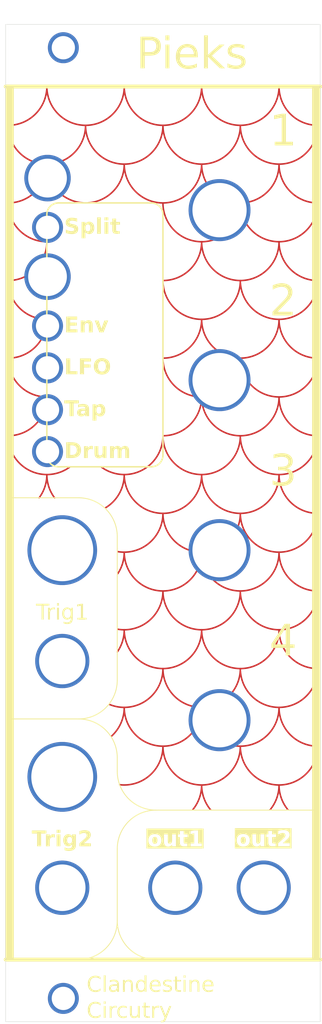
<source format=kicad_pcb>
(kicad_pcb
	(version 20240108)
	(generator "pcbnew")
	(generator_version "8.0")
	(general
		(thickness 1.6)
		(legacy_teardrops no)
	)
	(paper "A4")
	(layers
		(0 "F.Cu" signal)
		(31 "B.Cu" signal)
		(32 "B.Adhes" user "B.Adhesive")
		(33 "F.Adhes" user "F.Adhesive")
		(34 "B.Paste" user)
		(35 "F.Paste" user)
		(36 "B.SilkS" user "B.Silkscreen")
		(37 "F.SilkS" user "F.Silkscreen")
		(38 "B.Mask" user)
		(39 "F.Mask" user)
		(40 "Dwgs.User" user "User.Drawings")
		(41 "Cmts.User" user "User.Comments")
		(42 "Eco1.User" user "User.Eco1")
		(43 "Eco2.User" user "User.Eco2")
		(44 "Edge.Cuts" user)
		(45 "Margin" user)
		(46 "B.CrtYd" user "B.Courtyard")
		(47 "F.CrtYd" user "F.Courtyard")
		(48 "B.Fab" user)
		(49 "F.Fab" user)
		(50 "User.1" user)
		(51 "User.2" user)
		(52 "User.3" user)
		(53 "User.4" user)
		(54 "User.5" user)
		(55 "User.6" user)
		(56 "User.7" user)
		(57 "User.8" user)
		(58 "User.9" user)
	)
	(setup
		(pad_to_mask_clearance 0)
		(allow_soldermask_bridges_in_footprints no)
		(grid_origin 75.9936 40.1636)
		(pcbplotparams
			(layerselection 0x00010a0_7fffffff)
			(plot_on_all_layers_selection 0x0000000_00000000)
			(disableapertmacros no)
			(usegerberextensions no)
			(usegerberattributes yes)
			(usegerberadvancedattributes yes)
			(creategerberjobfile yes)
			(dashed_line_dash_ratio 12.000000)
			(dashed_line_gap_ratio 3.000000)
			(svgprecision 6)
			(plotframeref no)
			(viasonmask no)
			(mode 1)
			(useauxorigin no)
			(hpglpennumber 1)
			(hpglpenspeed 20)
			(hpglpendiameter 15.000000)
			(pdf_front_fp_property_popups yes)
			(pdf_back_fp_property_popups yes)
			(dxfpolygonmode yes)
			(dxfimperialunits yes)
			(dxfusepcbnewfont yes)
			(psnegative no)
			(psa4output no)
			(plotreference yes)
			(plotvalue yes)
			(plotfptext yes)
			(plotinvisibletext no)
			(sketchpadsonfab no)
			(subtractmaskfromsilk no)
			(outputformat 1)
			(mirror no)
			(drillshape 0)
			(scaleselection 1)
			(outputdirectory "Panel/")
		)
	)
	(net 0 "")
	(gr_arc
		(start 85.9936 125.1636)
		(mid 84.529134 128.699134)
		(end 80.9936 130.1636)
		(stroke
			(width 0.2)
			(type default)
		)
		(layer "F.Cu")
		(uuid "01c0846b-37af-4ed7-841a-8aa54f0df08a")
	)
	(gr_arc
		(start 70.9936 110.1636)
		(mid 70.766168 111.654438)
		(end 70.104561 113.00965)
		(stroke
			(width 0.2)
			(type default)
		)
		(layer "F.Cu")
		(uuid "025faa9f-049e-46ec-8aa4-abdb5282609a")
	)
	(gr_arc
		(start 80.9936 90.1636)
		(mid 77.458066 88.699134)
		(end 75.9936 85.1636)
		(stroke
			(width 0.2)
			(type default)
		)
		(layer "F.Cu")
		(uuid "0273b81b-cbfd-43cd-9059-b4573889784f")
	)
	(gr_arc
		(start 90.9936 50.1636)
		(mid 89.529134 53.699134)
		(end 85.9936 55.1636)
		(stroke
			(width 0.2)
			(type default)
		)
		(layer "F.Cu")
		(uuid "075d3909-9817-4a3a-950b-3b4df02821fa")
	)
	(gr_arc
		(start 85.9936 75.1636)
		(mid 82.458066 73.699134)
		(end 80.9936 70.1636)
		(stroke
			(width 0.2)
			(type default)
		)
		(layer "F.Cu")
		(uuid "07c50e30-f102-4d96-bc2f-4b1d9181dada")
	)
	(gr_arc
		(start 80.9936 130.1636)
		(mid 77.458066 128.699134)
		(end 75.9936 125.1636)
		(stroke
			(width 0.2)
			(type default)
		)
		(layer "F.Cu")
		(uuid "088a012b-bb32-4ad7-ae93-900535930236")
	)
	(gr_arc
		(start 90.9936 70.1636)
		(mid 87.458066 68.699134)
		(end 85.9936 65.1636)
		(stroke
			(width 0.2)
			(type default)
		)
		(layer "F.Cu")
		(uuid "098275ff-0477-41a3-953c-4467883ca7ac")
	)
	(gr_arc
		(start 85.9936 45.1636)
		(mid 84.529134 48.699134)
		(end 80.9936 50.1636)
		(stroke
			(width 0.2)
			(type default)
		)
		(layer "F.Cu")
		(uuid "0a6f1af6-0aa6-4c4b-8dfe-7be25b6e923d")
	)
	(gr_arc
		(start 95.9936 105.1636)
		(mid 94.529134 108.699134)
		(end 90.9936 110.1636)
		(stroke
			(width 0.2)
			(type default)
		)
		(layer "F.Cu")
		(uuid "0d066dd6-10d8-4fa3-bea2-ba600cdecbf3")
	)
	(gr_arc
		(start 90.9936 90.1636)
		(mid 89.529134 93.699134)
		(end 85.9936 95.1636)
		(stroke
			(width 0.2)
			(type default)
		)
		(layer "F.Cu")
		(uuid "10d98b60-e5f8-48a7-bddd-b52491b42e03")
	)
	(gr_arc
		(start 80.9936 80.1636)
		(mid 79.529134 83.699134)
		(end 75.9936 85.1636)
		(stroke
			(width 0.2)
			(type default)
		)
		(layer "F.Cu")
		(uuid "1167b993-0448-46a1-ab3f-2df60c2bcfac")
	)
	(gr_arc
		(start 70.9936 90.1636)
		(mid 70.3446 92.627094)
		(end 68.566079 94.451065)
		(stroke
			(width 0.2)
			(type default)
		)
		(layer "F.Cu")
		(uuid "123d81a2-6644-4e6e-bec7-4d4b79721739")
	)
	(gr_arc
		(start 75.9936 115.1636)
		(mid 72.458066 113.699134)
		(end 70.9936 110.1636)
		(stroke
			(width 0.2)
			(type default)
		)
		(layer "F.Cu")
		(uuid "13a0ca0d-3045-4ba2-938a-d04c0b63bc84")
	)
	(gr_arc
		(start 80.9936 50.1636)
		(mid 79.529134 53.699134)
		(end 75.9936 55.1636)
		(stroke
			(width 0.2)
			(type default)
		)
		(layer "F.Cu")
		(uuid "164d735b-48b8-4907-89fd-8a284eee812c")
	)
	(gr_arc
		(start 80.9936 80.1636)
		(mid 77.458066 78.699134)
		(end 75.9936 75.1636)
		(stroke
			(width 0.2)
			(type default)
		)
		(layer "F.Cu")
		(uuid "18bc963c-0076-4907-888d-1a18dbd4d0d1")
	)
	(gr_arc
		(start 90.9936 80.1636)
		(mid 89.529134 83.699134)
		(end 85.9936 85.1636)
		(stroke
			(width 0.2)
			(type default)
		)
		(layer "F.Cu")
		(uuid "1afcc1c6-e43f-41d7-bc1e-3031af6d6aec")
	)
	(gr_arc
		(start 90.9936 100.1636)
		(mid 89.529134 103.699134)
		(end 85.9936 105.1636)
		(stroke
			(width 0.2)
			(type default)
		)
		(layer "F.Cu")
		(uuid "20d0d5ab-5583-4fca-a258-1d5a042c5b31")
	)
	(gr_arc
		(start 90.9936 40.1636)
		(mid 89.529134 43.699134)
		(end 85.9936 45.1636)
		(stroke
			(width 0.2)
			(type default)
		)
		(layer "F.Cu")
		(uuid "25a48fe5-06ee-4d24-a68f-4c5f4e28e6c6")
	)
	(gr_arc
		(start 60.9936 80.1636)
		(mid 59.529134 83.699134)
		(end 55.9936 85.1636)
		(stroke
			(width 0.2)
			(type default)
		)
		(layer "F.Cu")
		(uuid "2940ee77-a18a-48dc-82e1-89124a4b4041")
	)
	(gr_arc
		(start 95.9936 65.1636)
		(mid 92.458066 63.699134)
		(end 90.9936 60.1636)
		(stroke
			(width 0.2)
			(type default)
		)
		(layer "F.Cu")
		(uuid "29eb8a98-e56a-4e65-bd9c-c1524a5dc0d4")
	)
	(gr_arc
		(start 82.152494 133.364522)
		(mid 81.292242 131.865726)
		(end 80.9936 130.1636)
		(stroke
			(width 0.2)
			(type default)
		)
		(layer "F.Cu")
		(uuid "2ada84a6-a82d-4b24-9bc3-9332d81c49a3")
	)
	(gr_arc
		(start 75.9936 105.1636)
		(mid 74.529134 108.699134)
		(end 70.9936 110.1636)
		(stroke
			(width 0.2)
			(type default)
		)
		(layer "F.Cu")
		(uuid "2b36005d-6072-4fb9-806f-f64dc3e8e1c9")
	)
	(gr_arc
		(start 80.9936 90.1636)
		(mid 79.529134 93.699134)
		(end 75.9936 95.1636)
		(stroke
			(width 0.2)
			(type default)
		)
		(layer "F.Cu")
		(uuid "2bf4ccbd-8d44-42b1-9297-b758bda02095")
	)
	(gr_arc
		(start 80.9936 50.1636)
		(mid 77.458066 48.699134)
		(end 75.9936 45.1636)
		(stroke
			(width 0.2)
			(type default)
		)
		(layer "F.Cu")
		(uuid "2fa5c175-e14b-43a8-a858-cee8c4d89d95")
	)
	(gr_arc
		(start 85.9936 115.1636)
		(mid 82.458066 113.699134)
		(end 80.9936 110.1636)
		(stroke
			(width 0.2)
			(type default)
		)
		(layer "F.Cu")
		(uuid "370683cc-46ba-4dea-8f68-92ab3db3d642")
	)
	(gr_arc
		(start 90.9936 110.1636)
		(mid 87.458066 108.699134)
		(end 85.9936 105.1636)
		(stroke
			(width 0.2)
			(type default)
		)
		(layer "F.Cu")
		(uuid "3871041e-7547-4271-bf35-963d3b99c72c")
	)
	(gr_arc
		(start 80.9936 120.1636)
		(mid 77.458066 118.699134)
		(end 75.9936 115.1636)
		(stroke
			(width 0.2)
			(type default)
		)
		(layer "F.Cu")
		(uuid "392159da-eff4-4456-a632-dda69a17af46")
	)
	(gr_arc
		(start 95.9936 75.1636)
		(mid 94.529134 78.699134)
		(end 90.9936 80.1636)
		(stroke
			(width 0.2)
			(type default)
		)
		(layer "F.Cu")
		(uuid "3b224bbf-406e-43a3-aaf1-1b9058e70f6e")
	)
	(gr_arc
		(start 75.9936 45.1636)
		(mid 74.529134 48.699134)
		(end 70.9936 50.1636)
		(stroke
			(width 0.2)
			(type default)
		)
		(layer "F.Cu")
		(uuid "409220a9-bb85-4bc0-b583-f4531d65bfc0")
	)
	(gr_arc
		(start 85.9936 85.1636)
		(mid 84.529134 88.699134)
		(end 80.9936 90.1636)
		(stroke
			(width 0.2)
			(type default)
		)
		(layer "F.Cu")
		(uuid "42474236-e0ed-4e95-8147-fb9444e022d3")
	)
	(gr_arc
		(start 95.9936 125.1636)
		(mid 92.458066 123.699134)
		(end 90.9936 120.1636)
		(stroke
			(width 0.2)
			(type default)
		)
		(layer "F.Cu")
		(uuid "42b8c408-e397-4c82-8d23-429e8d7bf40d")
	)
	(gr_arc
		(start 75.9936 95.1636)
		(mid 72.458066 93.699134)
		(end 70.9936 90.1636)
		(stroke
			(width 0.2)
			(type default)
		)
		(layer "F.Cu")
		(uuid "430c2b05-3f36-4298-9c58-e5a928bf5325")
	)
	(gr_arc
		(start 90.9936 70.1636)
		(mid 89.529134 73.699134)
		(end 85.9936 75.1636)
		(stroke
			(width 0.2)
			(type default)
		)
		(layer "F.Cu")
		(uuid "436a250b-0233-4dbb-b80d-6382f687d0d0")
	)
	(gr_arc
		(start 60.9936 40.1636)
		(mid 59.529134 43.699134)
		(end 55.9936 45.1636)
		(stroke
			(width 0.2)
			(type default)
		)
		(layer "F.Cu")
		(uuid "45057b61-61b1-493e-be90-6ddc6c9278dd")
	)
	(gr_arc
		(start 80.9936 60.1636)
		(mid 79.529134 63.699134)
		(end 75.9936 65.1636)
		(stroke
			(width 0.2)
			(type default)
		)
		(layer "F.Cu")
		(uuid "496b1525-0a28-486a-a26b-a157aa3380bd")
	)
	(gr_arc
		(start 95.9936 85.1636)
		(mid 94.529134 88.699134)
		(end 90.9936 90.1636)
		(stroke
			(width 0.2)
			(type default)
		)
		(layer "F.Cu")
		(uuid "4d452123-c43d-4931-a62f-baf1ae662fa1")
	)
	(gr_arc
		(start 80.9936 40.1636)
		(mid 79.529134 43.699134)
		(end 75.9936 45.1636)
		(stroke
			(width 0.2)
			(type default)
		)
		(layer "F.Cu")
		(uuid "537f19e0-77e9-4c76-b978-94407cb64fe1")
	)
	(gr_arc
		(start 70.9936 120.1636)
		(mid 70.5611 122.197793)
		(end 69.338424 123.880071)
		(stroke
			(width 0.2)
			(type default)
		)
		(layer "F.Cu")
		(uuid "5ae26ebf-1a74-4542-8644-e46c3a0a69b7")
	)
	(gr_arc
		(start 80.9936 70.1636)
		(mid 79.529134 73.699134)
		(end 75.9936 75.1636)
		(stroke
			(width 0.2)
			(type default)
		)
		(layer "F.Cu")
		(uuid "5b2da41f-912e-4f26-b24a-d99debc02f9e")
	)
	(gr_arc
		(start 95.9936 95.1636)
		(mid 92.458066 93.699134)
		(end 90.9936 90.1636)
		(stroke
			(width 0.2)
			(type default)
		)
		(layer "F.Cu")
		(uuid "5f0c6a16-bd8b-43f0-920a-86cd91feb2fc")
	)
	(gr_arc
		(start 85.9936 105.1636)
		(mid 84.529134 108.699134)
		(end 80.9936 110.1636)
		(stroke
			(width 0.2)
			(type default)
		)
		(layer "F.Cu")
		(uuid "62594595-e310-4eac-b17f-8d8958d3ea04")
	)
	(gr_arc
		(start 90.9936 130.1636)
		(mid 87.458066 128.699134)
		(end 85.9936 125.1636)
		(stroke
			(width 0.2)
			(type default)
		)
		(layer "F.Cu")
		(uuid "6285901b-63e1-4251-b617-31b3ce5c9254")
	)
	(gr_arc
		(start 95.9936 115.1636)
		(mid 92.458066 113.699134)
		(end 90.9936 110.1636)
		(stroke
			(width 0.2)
			(type default)
		)
		(layer "F.Cu")
		(uuid "636b2aaf-02f8-4703-b4e1-2683d6dd9f9e")
	)
	(gr_arc
		(start 60.9936 80.1636)
		(mid 57.458066 78.699134)
		(end 55.9936 75.1636)
		(stroke
			(width 0.2)
			(type default)
		)
		(layer "F.Cu")
		(uuid "66f13c8c-c01f-4edb-a1a5-e74eab93628f")
	)
	(gr_arc
		(start 85.9936 55.1636)
		(mid 84.529134 58.699134)
		(end 80.9936 60.1636)
		(stroke
			(width 0.2)
			(type default)
		)
		(layer "F.Cu")
		(uuid "67dc95ab-4293-4917-bc79-86a0d6d04fcd")
	)
	(gr_arc
		(start 65.9936 45.1636)
		(mid 64.529134 48.699134)
		(end 60.9936 50.1636)
		(stroke
			(width 0.2)
			(type default)
		)
		(layer "F.Cu")
		(uuid "69656d2d-068e-466a-9cbb-ecdb9a46512c")
	)
	(gr_arc
		(start 75.9936 85.1636)
		(mid 74.529134 88.699134)
		(end 70.9936 90.1636)
		(stroke
			(width 0.2)
			(type default)
		)
		(layer "F.Cu")
		(uuid "6c602efa-5bf5-4632-9903-3e480f5a46d2")
	)
	(gr_arc
		(start 92.123814 133.329789)
		(mid 91.284623 131.844532)
		(end 90.9936 130.1636)
		(stroke
			(width 0.2)
			(type default)
		)
		(layer "F.Cu")
		(uuid "6cf85414-3948-495f-a34e-ce8e62f55fd3")
	)
	(gr_arc
		(start 95.9936 55.1636)
		(mid 94.529134 58.699134)
		(end 90.9936 60.1636)
		(stroke
			(width 0.2)
			(type default)
		)
		(layer "F.Cu")
		(uuid "73dfcd17-a79f-4e14-b1be-25d4051d2ff9")
	)
	(gr_arc
		(start 70.9936 120.1636)
		(mid 70.013019 120.066503)
		(end 69.070523 119.778985)
		(stroke
			(width 0.2)
			(type default)
		)
		(layer "F.Cu")
		(uuid "76de8d28-28e4-4c6a-b903-e595c05ff444")
	)
	(gr_arc
		(start 85.9936 115.1636)
		(mid 84.529134 118.699134)
		(end 80.9936 120.1636)
		(stroke
			(width 0.2)
			(type default)
		)
		(layer "F.Cu")
		(uuid "775e10f8-f541-4cbb-9490-1fdb6591634b")
	)
	(gr_arc
		(start 95.9936 85.1636)
		(mid 92.458066 83.699134)
		(end 90.9936 80.1636)
		(stroke
			(width 0.2)
			(type default)
		)
		(layer "F.Cu")
		(uuid "77ced3c8-c88b-46ef-89f0-0303c179644c")
	)
	(gr_arc
		(start 85.9936 105.1636)
		(mid 82.458066 103.699134)
		(end 80.9936 100.1636)
		(stroke
			(width 0.2)
			(type default)
		)
		(layer "F.Cu")
		(uuid "7cec511f-d2dc-4148-8dd7-df9c7ac2bfc7")
	)
	(gr_arc
		(start 60.9936 90.1636)
		(mid 57.458066 88.699134)
		(end 55.9936 85.1636)
		(stroke
			(width 0.2)
			(type default)
		)
		(layer "F.Cu")
		(uuid "82ef2e0a-59ce-481a-8d4e-b1c30c01c343")
	)
	(gr_arc
		(start 85.9936 65.1636)
		(mid 82.458066 63.699134)
		(end 80.9936 60.1636)
		(stroke
			(width 0.2)
			(type default)
		)
		(layer "F.Cu")
		(uuid "82ef7d4d-94ad-48c4-b1a0-4206dca7fb7c")
	)
	(gr_arc
		(start 75.9936 125.1636)
		(mid 72.458066 123.699134)
		(end 70.9936 120.1636)
		(stroke
			(width 0.2)
			(type default)
		)
		(layer "F.Cu")
		(uuid "8533511c-f81c-480a-80f4-e3a11bc8a308")
	)
	(gr_arc
		(start 80.9936 120.1636)
		(mid 79.529134 123.699134)
		(end 75.9936 125.1636)
		(stroke
			(width 0.2)
			(type default)
		)
		(layer "F.Cu")
		(uuid "85f87f32-8caa-43a7-af39-cc9eef153ea8")
	)
	(gr_arc
		(start 80.9936 100.1636)
		(mid 79.529134 103.699134)
		(end 75.9936 105.1636)
		(stroke
			(width 0.2)
			(type default)
		)
		(layer "F.Cu")
		(uuid "8a4ada80-eab2-4c80-a2b6-e2e4304e9f36")
	)
	(gr_arc
		(start 80.9936 60.1636)
		(mid 77.458066 58.699134)
		(end 75.9936 55.1636)
		(stroke
			(width 0.2)
			(type default)
		)
		(layer "F.Cu")
		(uuid "8ba74c4b-b680-4593-907c-bbba7d247111")
	)
	(gr_arc
		(start 60.9936 70.1636)
		(mid 57.458066 68.699134)
		(end 55.9936 65.1636)
		(stroke
			(width 0.2)
			(type default)
		)
		(layer "F.Cu")
		(uuid "8c83a99d-bdd1-43f5-9d66-706dc4ca7f23")
	)
	(gr_arc
		(start 95.9936 125.1636)
		(mid 94.529134 128.699134)
		(end 90.9936 130.1636)
		(stroke
			(width 0.2)
			(type default)
		)
		(layer "F.Cu")
		(uuid "90e7c837-0aae-4848-9130-50b87704d994")
	)
	(gr_arc
		(start 75.9936 125.1636)
		(mid 74.529134 128.699134)
		(end 70.9936 130.1636)
		(stroke
			(width 0.2)
			(type default)
		)
		(layer "F.Cu")
		(uuid "9436f131-c0d8-47be-bb61-bece0884ee32")
	)
	(gr_arc
		(start 70.9936 50.1636)
		(mid 69.529134 53.699134)
		(end 65.9936 55.1636)
		(stroke
			(width 0.2)
			(type default)
		)
		(layer "F.Cu")
		(uuid "9874f974-922d-4cfb-b2ff-cf86d25986d2")
	)
	(gr_arc
		(start 75.9936 95.1636)
		(mid 74.529134 98.699134)
		(end 70.9936 100.1636)
		(stroke
			(width 0.2)
			(type default)
		)
		(layer "F.Cu")
		(uuid "9a47a6f1-cab9-4b63-a0ff-874f3bba7dca")
	)
	(gr_arc
		(start 65.9936 55.1636)
		(mid 62.458066 53.699134)
		(end 60.9936 50.1636)
		(stroke
			(width 0.2)
			(type default)
		)
		(layer "F.Cu")
		(uuid "9d0139c8-3aea-4936-8167-e04293d8ed1e")
	)
	(gr_arc
		(start 85.9936 55.1636)
		(mid 82.458066 53.699134)
		(end 80.9936 50.1636)
		(stroke
			(width 0.2)
			(type default)
		)
		(layer "F.Cu")
		(uuid "9d7821f6-a7df-4a17-ad5a-20f93be96845")
	)
	(gr_arc
		(start 85.9936 45.1636)
		(mid 82.458066 43.699134)
		(end 80.9936 40.1636)
		(stroke
			(width 0.2)
			(type default)
		)
		(layer "F.Cu")
		(uuid "9da9d33b-6a29-4c71-a214-54aaf476ca0e")
	)
	(gr_arc
		(start 95.9936 55.1636)
		(mid 92.458066 53.699134)
		(end 90.9936 50.1636)
		(stroke
			(width 0.2)
			(type default)
		)
		(layer "F.Cu")
		(uuid "9f4cece1-f409-4964-ba07-9f632f2c36a1")
	)
	(gr_arc
		(start 80.9936 70.1636)
		(mid 77.458066 68.699134)
		(end 75.9936 65.1636)
		(stroke
			(width 0.2)
			(type default)
		)
		(layer "F.Cu")
		(uuid "a351cdf7-3f69-433d-8e8e-299bb79d640d")
	)
	(gr_arc
		(start 70.9936 50.1636)
		(mid 67.458066 48.699134)
		(end 65.9936 45.1636)
		(stroke
			(width 0.2)
			(type default)
		)
		(layer "F.Cu")
		(uuid "a4164bac-e0f9-4d11-81df-e8a5ca2b83d6")
	)
	(gr_arc
		(start 85.9936 75.1636)
		(mid 84.529134 78.699134)
		(end 80.9936 80.1636)
		(stroke
			(width 0.2)
			(type default)
		)
		(layer "F.Cu")
		(uuid "a62ecbf5-0760-45cb-8b03-f26a2db911e6")
	)
	(gr_arc
		(start 90.9936 100.1636)
		(mid 87.458066 98.699134)
		(end 85.9936 95.1636)
		(stroke
			(width 0.2)
			(type default)
		)
		(layer "F.Cu")
		(uuid "ac09ab8b-19c3-4d3f-9696-8c69d381c4c0")
	)
	(gr_arc
		(start 95.9936 45.1636)
		(mid 94.529134 48.699134)
		(end 90.9936 50.1636)
		(stroke
			(width 0.2)
			(type default)
		)
		(layer "F.Cu")
		(uuid "aec91c24-a156-4646-9c1f-a1ed8a3d097e")
	)
	(gr_arc
		(start 90.9936 130.1636)
		(mid 90.694958 131.865726)
		(end 89.834706 133.364522)
		(stroke
			(width 0.2)
			(type default)
		)
		(layer "F.Cu")
		(uuid "af5b3b23-03a2-4879-b909-22f9d3840159")
	)
	(gr_arc
		(start 80.9936 110.1636)
		(mid 77.458066 108.699134)
		(end 75.9936 105.1636)
		(stroke
			(width 0.2)
			(type default)
		)
		(layer "F.Cu")
		(uuid "afb03488-8df8-4655-a8b5-bf745af3d028")
	)
	(gr_arc
		(start 90.9936 60.1636)
		(mid 89.529134 63.699134)
		(end 85.9936 65.1636)
		(stroke
			(width 0.2)
			(type default)
		)
		(layer "F.Cu")
		(uuid "afe0d4fe-d0ec-407a-828c-a8f1c34372cc")
	)
	(gr_arc
		(start 85.9936 125.1636)
		(mid 82.458066 123.699134)
		(end 80.9936 120.1636)
		(stroke
			(width 0.2)
			(type default)
		)
		(layer "F.Cu")
		(uuid "b388cd85-0e16-42c5-ad8c-80b60b11c8d0")
	)
	(gr_arc
		(start 95.9936 95.1636)
		(mid 94.529134 98.699134)
		(end 90.9936 100.1636)
		(stroke
			(width 0.2)
			(type default)
		)
		(layer "F.Cu")
		(uuid "b4f697f5-58cf-4bda-adee-d7a2465bc3d4")
	)
	(gr_arc
		(start 70.9936 130.1636)
		(mid 70.700996 130.155031)
		(end 70.409394 130.129353)
		(stroke
			(width 0.2)
			(type default)
		)
		(layer "F.Cu")
		(uuid "b548697f-5cac-48bc-b0c1-373a7e475fc4")
	)
	(gr_arc
		(start 90.9936 50.1636)
		(mid 87.458066 48.699134)
		(end 85.9936 45.1636)
		(stroke
			(width 0.2)
			(type default)
		)
		(layer "F.Cu")
		(uuid "b6242002-cc22-4e4a-ae1a-aeac22cd17ea")
	)
	(gr_arc
		(start 63.9936 89.1636)
		(mid 62.574739 89.907016)
		(end 60.9936 90.1636)
		(stroke
			(width 0.2)
			(type default)
		)
		(layer "F.Cu")
		(uuid "b8b222f7-f342-4a61-bca8-c40b4a77907d")
	)
	(gr_arc
		(start 80.9936 100.1636)
		(mid 77.458066 98.699134)
		(end 75.9936 95.1636)
		(stroke
			(width 0.2)
			(type default)
		)
		(layer "F.Cu")
		(uuid "b96e3a90-e04f-47e5-bb46-5eda7fbbc26e")
	)
	(gr_arc
		(start 70.9936 100.1636)
		(mid 70.77906 101.612521)
		(end 70.153851 102.937101)
		(stroke
			(width 0.2)
			(type default)
		)
		(layer "F.Cu")
		(uuid "b9bce080-6906-45e9-8dfa-188b4d6ac109")
	)
	(gr_arc
		(start 60.9936 90.1636)
		(mid 60.737016 91.744739)
		(end 59.9936 93.1636)
		(stroke
			(width 0.2)
			(type default)
		)
		(layer "F.Cu")
		(uuid "b9d15bed-3253-4f65-af0b-d5ae2d5ce674")
	)
	(gr_arc
		(start 75.9936 115.1636)
		(mid 74.529134 118.699134)
		(end 70.9936 120.1636)
		(stroke
			(width 0.2)
			(type default)
		)
		(layer "F.Cu")
		(uuid "bd0c193f-2a0c-4332-b251-c4835390f16b")
	)
	(gr_arc
		(start 60.9936 70.1636)
		(mid 59.529134 73.699134)
		(end 55.9936 75.1636)
		(stroke
			(width 0.2)
			(type default)
		)
		(layer "F.Cu")
		(uuid "bf88cf23-a537-4a24-a413-514d0ab5404a")
	)
	(gr_arc
		(start 90.9936 60.1636)
		(mid 87.458066 58.699134)
		(end 85.9936 55.1636)
		(stroke
			(width 0.2)
			(type default)
		)
		(layer "F.Cu")
		(uuid "c332a6aa-cdca-468a-91eb-76c291e2b1b1")
	)
	(gr_arc
		(start 60.9936 60.1636)
		(mid 59.529134 63.699134)
		(end 55.9936 65.1636)
		(stroke
			(width 0.2)
			(type default)
		)
		(layer "F.Cu")
		(uuid "c3ad2a28-bfbb-4d07-82a4-5a5ebab9b7c3")
	)
	(gr_arc
		(start 70.9936 40.1636)
		(mid 69.529134 43.699134)
		(end 65.9936 45.1636)
		(stroke
			(width 0.2)
			(type default)
		)
		(layer "F.Cu")
		(uuid "c9ea6ab6-9bea-4fe6-9837-f8128fa9b3e4")
	)
	(gr_arc
		(start 85.9936 65.1636)
		(mid 84.529134 68.699134)
		(end 80.9936 70.1636)
		(stroke
			(width 0.2)
			(type default)
		)
		(layer "F.Cu")
		(uuid "cb418063-6237-49ed-8656-b49bd26d30fa")
	)
	(gr_arc
		(start 70.9936 100.1636)
		(mid 70.581197 100.146563)
		(end 70.171605 100.09557)
		(stroke
			(width 0.2)
			(type default)
		)
		(layer "F.Cu")
		(uuid "cf4d7d11-a399-4d7b-ac56-6612d970f617")
	)
	(gr_arc
		(start 95.9936 45.1636)
		(mid 92.458066 43.699134)
		(end 90.9936 40.1636)
		(stroke
			(width 0.2)
			(type default)
		)
		(layer "F.Cu")
		(uuid "d5dda8b5-61e8-4366-baf6-655ba0bb12da")
	)
	(gr_arc
		(start 70.9936 110.1636)
		(mid 70.581197 110.146563)
		(end 70.171605 110.09557)
		(stroke
			(width 0.2)
			(type default)
		)
		(layer "F.Cu")
		(uuid "d66e48c6-34a8-4187-bbae-3040ca524a8b")
	)
	(gr_arc
		(start 95.9936 105.1636)
		(mid 92.458066 103.699134)
		(end 90.9936 100.1636)
		(stroke
			(width 0.2)
			(type default)
		)
		(layer "F.Cu")
		(uuid "db59da56-d8b0-4b86-abae-96034375b0d9")
	)
	(gr_arc
		(start 75.9936 105.1636)
		(mid 72.458066 103.699134)
		(end 70.9936 100.1636)
		(stroke
			(width 0.2)
			(type default)
		)
		(layer "F.Cu")
		(uuid "e021fd1a-8e36-4649-825d-657a3c655ed5")
	)
	(gr_arc
		(start 90.9936 110.1636)
		(mid 89.529134 113.699134)
		(end 85.9936 115.1636)
		(stroke
			(width 0.2)
			(type default)
		)
		(layer "F.Cu")
		(uuid "e209a69f-871b-4481-a509-962023a9e416")
	)
	(gr_arc
		(start 60.9936 50.1636)
		(mid 59.529134 53.699134)
		(end 55.9936 55.1636)
		(stroke
			(width 0.2)
			(type default)
		)
		(layer "F.Cu")
		(uuid "e3d39b66-835c-479b-98e9-b25041703d6f")
	)
	(gr_arc
		(start 95.9936 75.1636)
		(mid 92.458066 73.699134)
		(end 90.9936 70.1636)
		(stroke
			(width 0.2)
			(type default)
		)
		(layer "F.Cu")
		(uuid "e3d3dab7-b890-4701-b5f1-c27a3206dd6e")
	)
	(gr_arc
		(start 65.9936 45.1636)
		(mid 62.458066 43.699134)
		(end 60.9936 40.1636)
		(stroke
			(width 0.2)
			(type default)
		)
		(layer "F.Cu")
		(uuid "e411dc54-8009-44bb-b34a-d1629b58de34")
	)
	(gr_arc
		(start 70.9936 90.1636)
		(mid 69.412461 89.907016)
		(end 67.9936 89.1636)
		(stroke
			(width 0.2)
			(type default)
		)
		(layer "F.Cu")
		(uuid "e5145f77-a6cb-439d-96ae-58973cab6d85")
	)
	(gr_arc
		(start 85.9936 95.1636)
		(mid 84.529134 98.699134)
		(end 80.9936 100.1636)
		(stroke
			(width 0.2)
			(type default)
		)
		(layer "F.Cu")
		(uuid "e579a64b-dcae-4a97-b657-37251bc48ad8")
	)
	(gr_arc
		(start 60.9936 50.1636)
		(mid 57.458066 48.699134)
		(end 55.9936 45.1636)
		(stroke
			(width 0.2)
			(type default)
		)
		(layer "F.Cu")
		(uuid "e676ceb3-e203-4348-96d2-eb94c455bc42")
	)
	(gr_arc
		(start 61.9936 93.1636)
		(mid 61.250184 91.744739)
		(end 60.9936 90.1636)
		(stroke
			(width 0.2)
			(type default)
		)
		(layer "F.Cu")
		(uuid "e690704e-877b-4493-a59d-b983d2d32158")
	)
	(gr_arc
		(start 80.9936 130.1636)
		(mid 80.705439 131.836494)
		(end 79.87417 133.316563)
		(stroke
			(width 0.2)
			(type default)
		)
		(layer "F.Cu")
		(uuid "e6a719d8-6714-4210-acf8-6a87e2418bde")
	)
	(gr_arc
		(start 75.9936 45.1636)
		(mid 72.458066 43.699134)
		(end 70.9936 40.1636)
		(stroke
			(width 0.2)
			(type default)
		)
		(layer "F.Cu")
		(uuid "e7841648-2597-469c-8cac-03a56b420553")
	)
	(gr_arc
		(start 90.9936 120.1636)
		(mid 89.529134 123.699134)
		(end 85.9936 125.1636)
		(stroke
			(width 0.2)
			(type default)
		)
		(layer "F.Cu")
		(uuid "e8a9b83c-456f-49ca-914a-ab43776c4fbd")
	)
	(gr_arc
		(start 80.9936 110.1636)
		(mid 79.529134 113.699134)
		(end 75.9936 115.1636)
		(stroke
			(width 0.2)
			(type default)
		)
		(layer "F.Cu")
		(uuid "eb2cd3b3-b9ca-41af-856f-ccf8256f8c2a")
	)
	(gr_arc
		(start 85.9936 85.1636)
		(mid 82.458066 83.699134)
		(end 80.9936 80.1636)
		(stroke
			(width 0.2)
			(type default)
		)
		(layer "F.Cu")
		(uuid "eccd30b1-7764-417d-8d3e-cd6046e03623")
	)
	(gr_arc
		(start 90.9936 90.1636)
		(mid 87.458066 88.699134)
		(end 85.9936 85.1636)
		(stroke
			(width 0.2)
			(type default)
		)
		(layer "F.Cu")
		(uuid "ecdfdf09-e332-42cf-bc0c-31bb3739c582")
	)
	(gr_arc
		(start 85.9936 95.1636)
		(mid 82.458066 93.699134)
		(end 80.9936 90.1636)
		(stroke
			(width 0.2)
			(type default)
		)
		(layer "F.Cu")
		(uuid "ecf36479-edc6-4dd3-b078-3d9a20193a16")
	)
	(gr_arc
		(start 75.9936 55.1636)
		(mid 72.458066 53.699134)
		(end 70.9936 50.1636)
		(stroke
			(width 0.2)
			(type default)
		)
		(layer "F.Cu")
		(uuid "ed03979c-3933-44b3-9ed9-3489934c0666")
	)
	(gr_arc
		(start 95.9936 115.1636)
		(mid 94.529134 118.699134)
		(end 90.9936 120.1636)
		(stroke
			(width 0.2)
			(type default)
		)
		(layer "F.Cu")
		(uuid "ee93e7d8-5de5-4949-8d7a-0d76d938a6ee")
	)
	(gr_arc
		(start 95.9936 65.1636)
		(mid 94.529134 68.699134)
		(end 90.9936 70.1636)
		(stroke
			(width 0.2)
			(type default)
		)
		(layer "F.Cu")
		(uuid "f820dbce-7310-4243-8920-e423966fb3a6")
	)
	(gr_arc
		(start 90.9936 120.1636)
		(mid 87.458066 118.699134)
		(end 85.9936 115.1636)
		(stroke
			(width 0.2)
			(type default)
		)
		(layer "F.Cu")
		(uuid "fb3af8ba-5cc5-4bee-97fb-831d7e6b9814")
	)
	(gr_arc
		(start 60.9936 60.1636)
		(mid 57.458066 58.699134)
		(end 55.9936 55.1636)
		(stroke
			(width 0.2)
			(type default)
		)
		(layer "F.Cu")
		(uuid "fdbe8960-895d-460f-bcbc-44b55d3e1bae")
	)
	(gr_arc
		(start 90.9936 80.1636)
		(mid 87.458066 78.699134)
		(end 85.9936 75.1636)
		(stroke
			(width 0.2)
			(type default)
		)
		(layer "F.Cu")
		(uuid "fe5bfffc-fee7-47dd-aa89-9422ee4290b9")
	)
	(gr_arc
		(start 70.0911 116.65485)
		(mid 68.626634 120.190384)
		(end 65.0911 121.65485)
		(stroke
			(width 0.12)
			(type default)
		)
		(layer "F.SilkS")
		(uuid "046a3c6a-9475-44a5-8d5d-c1e54854d70a")
	)
	(gr_arc
		(start 65.0911 93.15485)
		(mid 68.626634 94.619316)
		(end 70.0911 98.15485)
		(stroke
			(width 0.12)
			(type default)
		)
		(layer "F.SilkS")
		(uuid "172f9550-1aae-44ad-ab7e-aedf5aabd801")
	)
	(gr_arc
		(start 65.0911 121.65485)
		(mid 68.626634 123.119316)
		(end 70.0911 126.65485)
		(stroke
			(width 0.12)
			(type default)
		)
		(layer "F.SilkS")
		(uuid "17387842-519c-4af8-92d5-e7d66393df0c")
	)
	(gr_line
		(start 62.4936 89.1636)
		(end 74.4936 89.1636)
		(stroke
			(width 0.2)
			(type default)
		)
		(layer "F.SilkS")
		(uuid "185365de-e6e1-47ad-9df6-fa7db17f5f05")
	)
	(gr_arc
		(start 74.4936 55.1636)
		(mid 75.55426 55.60294)
		(end 75.9936 56.6636)
		(stroke
			(width 0.2)
			(type default)
		)
		(layer "F.SilkS")
		(uuid "44226a22-7482-4244-b596-cba38b743dff")
	)
	(gr_arc
		(start 75.0911 152.65485)
		(mid 71.555566 151.190384)
		(end 70.0911 147.65485)
		(stroke
			(width 0.12)
			(type default)
		)
		(layer "F.SilkS")
		(uuid "5aa3f33a-455d-4640-8d1a-5379c6d550fe")
	)
	(gr_line
		(start 65.0911 121.65485)
		(end 56.0911 121.65485)
		(stroke
			(width 0.12)
			(type default)
		)
		(layer "F.SilkS")
		(uuid "63ab86ea-a534-41c5-89ac-d86aa44de12c")
	)
	(gr_line
		(start 70.0911 98.15485)
		(end 70.0911 116.65485)
		(stroke
			(width 0.12)
			(type default)
		)
		(layer "F.SilkS")
		(uuid "6ade6e02-b598-415c-82ec-760e57baf6db")
	)
	(gr_line
		(start 60.9936 56.6636)
		(end 60.9936 87.6636)
		(stroke
			(width 0.2)
			(type default)
		)
		(layer "F.SilkS")
		(uuid "7c5014d7-b2a0-4f19-b569-8e8323ffab57")
	)
	(gr_line
		(start 70.0911 126.65485)
		(end 70.0911 128.4036)
		(stroke
			(width 0.12)
			(type default)
		)
		(layer "F.SilkS")
		(uuid "7d26ace6-bd9f-49ad-8b49-e0b762739d62")
	)
	(gr_line
		(start 55.6736 40.1636)
		(end 96.3136 40.1636)
		(stroke
			(width 0.5)
			(type default)
		)
		(layer "F.SilkS")
		(uuid "94ae43e5-399b-46a7-b880-b579d01d67bf")
	)
	(gr_line
		(start 62.4936 55.1636)
		(end 74.4936 55.1636)
		(stroke
			(width 0.2)
			(type default)
		)
		(layer "F.SilkS")
		(uuid "a3c1a35b-2dfc-4dcc-9357-f595760091ac")
	)
	(gr_rect
		(start 55.6736 40.1636)
		(end 56.6736 152.6636)
		(stroke
			(width 0.1)
			(type default)
		)
		(fill solid)
		(layer "F.SilkS")
		(uuid "ac6b1bfd-a31a-4176-a28f-6a3da952ec52")
	)
	(gr_line
		(start 65.0911 93.15485)
		(end 56.0911 93.15485)
		(stroke
			(width 0.12)
			(type default)
		)
		(layer "F.SilkS")
		(uuid "b336c2e0-0b18-421f-9fde-fa159c7937c5")
	)
	(gr_arc
		(start 75.9936 87.6636)
		(mid 75.55426 88.72426)
		(end 74.4936 89.1636)
		(stroke
			(width 0.2)
			(type default)
		)
		(layer "F.SilkS")
		(uuid "c2f2119a-0dae-4990-8959-80f216ff14b7")
	)
	(gr_arc
		(start 70.0911 147.65485)
		(mid 68.626634 151.190384)
		(end 65.0911 152.65485)
		(stroke
			(width 0.12)
			(type default)
		)
		(layer "F.SilkS")
		(uuid "c59e9083-4880-4347-b295-b167e752bfae")
	)
	(gr_line
		(start 75.0911 133.4036)
		(end 96.0911 133.4036)
		(stroke
			(width 0.12)
			(type default)
		)
		(layer "F.SilkS")
		(uuid "d25ce97f-1eeb-438c-a834-db9981edc032")
	)
	(gr_arc
		(start 75.0911 133.4036)
		(mid 71.555566 131.939134)
		(end 70.0911 128.4036)
		(stroke
			(width 0.12)
			(type default)
		)
		(layer "F.SilkS")
		(uuid "d4aae46f-ad5e-44d1-9bf1-d8482a593a55")
	)
	(gr_rect
		(start 95.3136 40.1636)
		(end 96.3136 152.6636)
		(stroke
			(width 0.1)
			(type default)
		)
		(fill solid)
		(layer "F.SilkS")
		(uuid "d6e93df7-6d71-4a36-9495-b6f14c2803c4")
	)
	(gr_line
		(start 55.6736 152.6636)
		(end 96.3136 152.6636)
		(stroke
			(width 0.5)
			(type default)
		)
		(layer "F.SilkS")
		(uuid "db61d8fc-0264-47f6-8d4e-1b15cbb42191")
	)
	(gr_arc
		(start 70.0911 138.4036)
		(mid 71.555566 134.868066)
		(end 75.0911 133.4036)
		(stroke
			(width 0.12)
			(type default)
		)
		(layer "F.SilkS")
		(uuid "e5de919d-3f8f-4fd8-a6d9-79ff7e3bcec7")
	)
	(gr_arc
		(start 62.4936 89.1636)
		(mid 61.43294 88.72426)
		(end 60.9936 87.6636)
		(stroke
			(width 0.2)
			(type default)
		)
		(layer "F.SilkS")
		(uuid "f24fd9ff-e3ed-4a3e-8bc4-3d88b05bb5c7")
	)
	(gr_line
		(start 70.0911 138.4036)
		(end 70.0911 147.65485)
		(stroke
			(width 0.12)
			(type default)
		)
		(layer "F.SilkS")
		(uuid "f6979d69-9709-4882-bd3b-febd0c74a44f")
	)
	(gr_line
		(start 75.9936 56.6636)
		(end 75.9936 87.6636)
		(stroke
			(width 0.2)
			(type default)
		)
		(layer "F.SilkS")
		(uuid "f6c39f5e-5a61-4976-b13e-6d10081005f1")
	)
	(gr_arc
		(start 60.9936 56.6636)
		(mid 61.43294 55.60294)
		(end 62.4936 55.1636)
		(stroke
			(width 0.2)
			(type default)
		)
		(layer "F.SilkS")
		(uuid "f8dc0b25-2998-4127-a9a8-dee4e6827f95")
	)
	(gr_rect
		(start 55.6736 32.1636)
		(end 96.3136 160.6636)
		(stroke
			(width 0.05)
			(type default)
		)
		(fill none)
		(layer "Edge.Cuts")
		(uuid "acd777ed-1948-4aa9-a63d-12ab28de23dd")
	)
	(gr_line
		(start 83.3061 56.0911)
		(end 83.3061 34.1836)
		(stroke
			(width 0.1)
			(type default)
		)
		(layer "User.6")
		(uuid "0241069a-beec-4215-af0e-81da0cc03bc5")
	)
	(gr_circle
		(center 83.3061 99.9061)
		(end 91.3061 99.9061)
		(stroke
			(width 0.1)
			(type default)
		)
		(fill none)
		(layer "User.6")
		(uuid "050db8b0-ae1e-4480-86ca-a1964860d616")
	)
	(gr_line
		(start 56.6361 149.7536)
		(end 95.3511 43.0736)
		(stroke
			(width 0.1)
			(type default)
		)
		(layer "User.6")
		(uuid "08ec76fb-a731-4351-bc7f-2dbe0fa307bc")
	)
	(gr_circle
		(center 62.9861 114.1936)
		(end 67.9861 114.1936)
		(stroke
			(width 0.1)
			(type default)
		)
		(fill none)
		(layer "User.6")
		(uuid "0c6d23bf-da1e-4e6a-afd2-1c5eb455e36e")
	)
	(gr_line
		(start 95.3511 149.7536)
		(end 56.6361 43.0736)
		(stroke
			(width 0.1)
			(type default)
		)
		(layer "User.6")
		(uuid "136cd000-81c3-4427-a42e-fa66d13e9b7a")
	)
	(gr_line
		(start 96.3136 32.1636)
		(end 55.6736 160.6636)
		(stroke
			(width 0.1)
			(type default)
		)
		(layer "User.6")
		(uuid "1f7de8c9-9bcd-4bdd-bc04-b783d6ba11e0")
	)
	(gr_line
		(start 93.3061 111.8136)
		(end 83.3061 121.8136)
		(stroke
			(width 0.1)
			(type default)
		)
		(layer "User.6")
		(uuid "2509412b-4394-4255-b728-542a60ea00c8")
	)
	(gr_circle
		(center 83.3061 56.0911)
		(end 91.3061 56.0911)
		(stroke
			(width 0.1)
			(type default)
		)
		(fill none)
		(layer "User.6")
		(uuid "25663029-521e-40c3-a805-5ff849560f28")
	)
	(gr_circle
		(center 63.1236 157.7136)
		(end 66.1236 157.7136)
		(stroke
			(width 0.1)
			(type default)
		)
		(fill none)
		(layer "User.6")
		(uuid "2c22545c-f0af-41a5-939e-8baec0f694b4")
	)
	(gr_line
		(start 63.1236 152.65485)
		(end 96.3411 160.65485)
		(stroke
			(width 0.1)
			(type default)
		)
		(layer "User.6")
		(uuid "2ff30859-79c6-4db1-bc99-8352395b6405")
	)
	(gr_line
		(start 96.3136 32.1636)
		(end 63.1736 40.1636)
		(stroke
			(width 0.1)
			(type default)
		)
		(layer "User.6")
		(uuid "38cd3994-7b08-4f55-afeb-d862f5fd8117")
	)
	(gr_line
		(start 96.3411 152.65485)
		(end 63.1236 160.6636)
		(stroke
			(width 0.1)
			(type default)
		)
		(layer "User.6")
		(uuid "499a9896-bada-4383-b4be-9779df81b739")
	)
	(gr_line
		(start 55.6736 32.1636)
		(end 96.3136 160.6636)
		(stroke
			(width 0.1)
			(type default)
		)
		(layer "User.6")
		(uuid "50839748-0c60-4125-87b4-f333322e0fed")
	)
	(gr_circle
		(center 61.08116 58.3136)
		(end 59.33116 59.5636)
		(stroke
			(width 0.1)
			(type default)
		)
		(fill none)
		(layer "User.6")
		(uuid "59cd140a-553b-4c8d-90f8-ecf9b09e973d")
	)
	(gr_line
		(start 83.3061 121.8136)
		(end 71.8061 128.3136)
		(stroke
			(width 0.1)
			(type default)
		)
		(layer "User.6")
		(uuid "74737914-a6a3-492f-b080-baa4e0874286")
	)
	(gr_circle
		(center 61.0811 51.9636)
		(end 59.3311 53.2136)
		(stroke
			(width 0.1)
			(type default)
		)
		(fill none)
		(layer "User.6")
		(uuid "77c194bf-4eb2-4e85-8e89-f889aca56a1a")
	)
	(gr_line
		(start 93.3061 46.0911)
		(end 83.3061 56.0911)
		(stroke
			(width 0.1)
			(type default)
		)
		(layer "User.6")
		(uuid "79201f8b-a03e-4850-aef4-492edf5329b4")
	)
	(gr_circle
		(center 62.9861 99.9061)
		(end 61.2361 101.1561)
		(stroke
			(width 0.1)
			(type default)
		)
		(fill none)
		(layer "User.6")
		(uuid "7b265680-8303-4827-bd67-a19c94daec92")
	)
	(gr_line
		(start 93.3061 67.9986)
		(end 83.3061 77.9986)
		(stroke
			(width 0.1)
			(type default)
		)
		(layer "User.6")
		(uuid "805b3ab2-a297-4a14-97d4-637fce78f439")
	)
	(gr_circle
		(center 83.3061 77.9986)
		(end 91.3061 77.9986)
		(stroke
			(width 0.1)
			(type default)
		)
		(fill none)
		(layer "User.6")
		(uuid "853d86e0-ef6a-4865-a110-c4f8a6e6d047")
	)
	(gr_line
		(start 83.3061 121.8136)
		(end 83.3061 99.9061)
		(stroke
			(width 0.1)
			(type default)
		)
		(layer "User.6")
		(uuid "910e3063-0c0b-49ac-8c41-b4df1c1f809a")
	)
	(gr_circle
		(center 62.9861 143.4036)
		(end 67.9861 143.4036)
		(stroke
			(width 0.1)
			(type default)
		)
		(fill none)
		(layer "User.6")
		(uuid "93a3c48d-5881-49ff-9c76-1304a58a911e")
	)
	(gr_circle
		(center 61.081098 81.808598)
		(end 59.331098 83.058598)
		(stroke
			(width 0.1)
			(type default)
		)
		(fill none)
		(layer "User.6")
		(uuid "a25fb66b-52fd-4b82-b56e-22d88950aa5e")
	)
	(gr_circle
		(center 77.5911 143.4036)
		(end 82.5911 143.4036)
		(stroke
			(width 0.1)
			(type default)
		)
		(fill none)
		(layer "User.6")
		(uuid "ad2cc03d-5038-4376-9bec-08496a90ce4d")
	)
	(gr_line
		(start 62.9861 129.1161)
		(end 62.9861 114.1936)
		(stroke
			(width 0.1)
			(type default)
		)
		(layer "User.6")
		(uuid "b91c1f02-4035-48e6-8b12-2f3f015568d4")
	)
	(gr_line
		(start 83.3061 121.8136)
		(end 94.8061 128.3136)
		(stroke
			(width 0.1)
			(type default)
		)
		(layer "User.6")
		(uuid "b9614aec-4544-4e0c-b0d5-63de16fa652a")
	)
	(gr_circle
		(center 61.081098 76.411098)
		(end 59.331098 77.661098)
		(stroke
			(width 0.1)
			(type default)
		)
		(fill none)
		(layer "User.6")
		(uuid "bc8d1020-3f4f-41ba-ac09-5d5dddc352b1")
	)
	(gr_line
		(start 83.3061 67.9986)
		(end 93.3061 77.9986)
		(stroke
			(width 0.1)
			(type default)
		)
		(layer "User.6")
		(uuid "cab86f6d-c098-40b4-af47-f8ad2d25c63e")
	)
	(gr_line
		(start 93.3061 89.9061)
		(end 83.3061 99.9061)
		(stroke
			(width 0.1)
			(type default)
		)
		(layer "User.6")
		(uuid "d114fe1f-9657-4756-8547-6053ee6a95e0")
	)
	(gr_circle
		(center 61.0811 64.6636)
		(end 59.3311 65.9136)
		(stroke
			(width 0.1)
			(type default)
		)
		(fill none)
		(layer "User.6")
		(uuid "d2942ea0-1809-44a2-a0ba-27afba3cb667")
	)
	(gr_line
		(start 83.3061 99.9061)
		(end 83.3061 77.9986)
		(stroke
			(width 0.1)
			(type default)
		)
		(layer "User.6")
		(uuid "d4ae872e-73f0-4b78-b4c9-7d3c17737bb7")
	)
	(gr_circle
		(center 61.08116 71.0136)
		(end 59.33116 72.2636)
		(stroke
			(width 0.1)
			(type default)
		)
		(fill none)
		(layer "User.6")
		(uuid "d8b0a480-97d4-4b38-970d-fd8fe6aeec20")
	)
	(gr_line
		(start 83.3061 77.9986)
		(end 83.3061 56.0911)
		(stroke
			(width 0.1)
			(type default)
		)
		(layer "User.6")
		(uuid "d9c3e57a-1c02-438e-ac90-b506c4b3ad5c")
	)
	(gr_circle
		(center 62.9861 129.1161)
		(end 67.4861 129.1161)
		(stroke
			(width 0.1)
			(type default)
		)
		(fill none)
		(layer "User.6")
		(uuid "dc93b357-b009-43d7-b000-b8e59bfcee9b")
	)
	(gr_circle
		(center 61.081098 87.206098)
		(end 59.331098 88.456098)
		(stroke
			(width 0.1)
			(type default)
		)
		(fill none)
		(layer "User.6")
		(uuid "df0b28e9-d219-4094-9e7e-f5813b2ffce2")
	)
	(gr_line
		(start 63.1736 32.1636)
		(end 96.3136 40.1636)
		(stroke
			(width 0.1)
			(type default)
		)
		(layer "User.6")
		(uuid "e1a21e54-efc2-4f5a-a98a-ec7fd27b6048")
	)
	(gr_circle
		(center 89.0111 143.3936)
		(end 94.0111 143.3936)
		(stroke
			(width 0.1)
			(type default)
		)
		(fill none)
		(layer "User.6")
		(uuid "e630525c-49d2-4f15-89f1-a508b89d6417")
	)
	(gr_circle
		(center 83.3061 121.8136)
		(end 91.3061 121.8136)
		(stroke
			(width 0.1)
			(type default)
		)
		(fill none)
		(layer "User.6")
		(uuid "f98c98ea-9b1e-4ff4-b955-527955d1fb73")
	)
	(gr_text "3"
		(at 93.3061 89.9061 0)
		(layer "F.SilkS")
		(uuid "06dcd3e1-0264-429c-a5f8-2a9c434f8b78")
		(effects
			(font
				(face "Dune Rise")
				(size 4 4)
				(thickness 0.15)
			)
			(justify right)
		)
		(render_cache "3" 0
			(polygon
				(pts
					(xy 92.198215 89.315157) (xy 92.363854 89.440371) (xy 92.504789 89.591675) (xy 92.611474 89.751864)
					(xy 92.699913 89.944916) (xy 92.751642 90.149281) (xy 92.766812 90.344885) (xy 92.749702 90.559185)
					(xy 92.698371 90.759274) (xy 92.612819 90.94515) (xy 92.493046 91.116815) (xy 92.409241 91.208528)
					(xy 92.245697 91.347855) (xy 92.067942 91.452962) (xy 91.875975 91.523847) (xy 91.669795 91.560512)
					(xy 91.545598 91.5661) (xy 89.390399 91.5661) (xy 89.390399 91.188989) (xy 91.545598 91.188989)
					(xy 91.753662 91.16485) (xy 91.941882 91.092436) (xy 92.110257 90.971746) (xy 92.14155 90.941815)
					(xy 92.272411 90.776894) (xy 92.354805 90.592319) (xy 92.388732 90.38809) (xy 92.389701 90.344885)
					(xy 92.365468 90.137107) (xy 92.292767 89.949746) (xy 92.1716 89.782802) (xy 92.14155 89.751864)
					(xy 91.977144 89.622548) (xy 91.792894 89.541128) (xy 91.588798 89.507602) (xy 91.545598 89.506644)
					(xy 90.887119 89.506644) (xy 90.887119 89.123671) (xy 91.545598 89.123671) (xy 91.753662 89.099819)
					(xy 91.941882 89.028264) (xy 92.110257 88.909004) (xy 92.14155 88.879428) (xy 92.272411 88.716053)
					(xy 92.354805 88.532451) (xy 92.388732 88.328622) (xy 92.389701 88.28543) (xy 92.365468 88.077365)
					(xy 92.292767 87.889146) (xy 92.1716 87.720771) (xy 92.14155 87.689477) (xy 91.977144 87.558616)
					(xy 91.792894 87.476222) (xy 91.588798 87.442296) (xy 91.545598 87.441326) (xy 89.390399 87.441326)
					(xy 89.390399 87.064215) (xy 91.545598 87.064215) (xy 91.759898 87.081326) (xy 91.959986 87.132657)
					(xy 92.145863 87.218209) (xy 92.317527 87.337981) (xy 92.409241 87.421787) (xy 92.548568 87.58533)
					(xy 92.653674 87.763086) (xy 92.72456 87.955053) (xy 92.761225 88.161232) (xy 92.766812 88.28543)
					(xy 92.751929 88.481129) (xy 92.701176 88.68582) (xy 92.614405 88.879428) (xy 92.496905 89.053894)
					(xy 92.352622 89.2025)
				)
			)
		)
	)
	(gr_text "Tap"
		(at 63.231679 81.808598 0)
		(layer "F.SilkS")
		(uuid "0a1f074b-fa22-4fb6-b33d-28fce67dd5fe")
		(effects
			(font
				(face "Dune Rise")
				(size 2 2)
				(thickness 0.5)
				(bold yes)
			)
			(justify left)
		)
		(render_cache "Tap" 0
			(polygon
				(pts
					(xy 63.513046 80.576211) (xy 63.513046 80.387655) (xy 65.763988 80.387655) (xy 65.763988 80.576211)
					(xy 64.73426 80.576211) (xy 64.73426 82.638598) (xy 64.542774 82.638598) (xy 64.542774 80.576211)
				)
			)
			(polygon
				(pts
					(xy 65.500206 82.638598) (xy 66.766361 80.387655) (xy 68.029585 82.638598) (xy 67.79902 82.638598)
					(xy 66.766361 80.795541) (xy 65.730771 82.638598)
				)
			)
			(polygon
				(pts
					(xy 70.323197 80.396211) (xy 70.423241 80.421876) (xy 70.516179 80.464652) (xy 70.602012 80.524538)
					(xy 70.647868 80.566441) (xy 70.717532 80.648213) (xy 70.770085 80.737091) (xy 70.805528 80.833074)
					(xy 70.823861 80.936164) (xy 70.826654 80.998263) (xy 70.818099 81.105413) (xy 70.792433 81.205457)
					(xy 70.749657 81.298395) (xy 70.689771 81.384227) (xy 70.647868 81.430084) (xy 70.566097 81.499747)
					(xy 70.477219 81.552301) (xy 70.381235 81.587744) (xy 70.278146 81.606076) (xy 70.216047 81.60887)
					(xy 68.764267 81.60887) (xy 68.764267 82.638598) (xy 68.575712 82.638598) (xy 68.575712 81.417383)
					(xy 68.764267 81.417383) (xy 70.216047 81.417383) (xy 70.31195 81.396584) (xy 70.380667 81.364138)
					(xy 70.462452 81.307772) (xy 70.532535 81.238687) (xy 70.557987 81.207823) (xy 70.609856 81.123749)
					(xy 70.636847 81.024938) (xy 70.638099 80.998263) (xy 70.625982 80.89423) (xy 70.589632 80.800121)
					(xy 70.529048 80.715933) (xy 70.514023 80.700286) (xy 70.43182 80.634856) (xy 70.339695 80.593659)
					(xy 70.237647 80.576696) (xy 70.216047 80.576211) (xy 68.764267 80.576211) (xy 68.764267 81.417383)
					(xy 68.575712 81.417383) (xy 68.575712 80.387655) (xy 70.216047 80.387655)
				)
			)
		)
	)
	(gr_text "Env"
		(at 63.231741 71.0136 0)
		(layer "F.SilkS")
		(uuid "20aed954-ea7e-498c-819c-4bb0f0d8a148")
		(effects
			(font
				(face "Dune Rise")
				(size 2 2)
				(thickness 0.5)
				(bold yes)
			)
			(justify left)
		)
		(render_cache "Env" 0
			(polygon
				(pts
					(xy 64.638579 69.592657) (xy 65.76405 69.592657) (xy 65.76405 69.781213) (xy 64.638579 69.781213)
					(xy 64.529606 69.78722) (xy 64.424092 69.805242) (xy 64.322038 69.835279) (xy 64.223443 69.87733)
					(xy 64.168656 69.906754) (xy 64.078329 69.965859) (xy 63.996698 70.033752) (xy 63.923762 70.110435)
					(xy 63.859521 70.195907) (xy 63.826716 70.248694) (xy 63.77799 70.345121) (xy 63.741231 70.445055)
					(xy 63.71644 70.548496) (xy 63.703618 70.655442) (xy 63.701664 70.718128) (xy 63.707648 70.827102)
					(xy 63.7256 70.932616) (xy 63.755519 71.03467) (xy 63.797407 71.133265) (xy 63.826716 71.188052)
					(xy 63.885988 71.278379) (xy 63.953955 71.36001) (xy 64.030618 71.432946) (xy 64.115976 71.497187)
					(xy 64.168656 71.529992) (xy 64.265274 71.578718) (xy 64.365352 71.615477) (xy 64.468889 71.640267)
					(xy 64.575885 71.65309) (xy 64.638579 71.655044) (xy 65.76405 71.655044) (xy 65.76405 71.8436)
					(xy 64.638579 71.8436) (xy 64.523984 71.838455) (xy 64.413693 71.823022) (xy 64.307707 71.7973)
					(xy 64.206025 71.76129) (xy 64.108649 71.71499) (xy 64.015577 71.658402) (xy 63.92681 71.591526)
					(xy 63.842348 71.51436) (xy 63.765182 71.429898) (xy 63.698305 71.341131) (xy 63.641717 71.248059)
					(xy 63.595418 71.150683) (xy 63.559408 71.049001) (xy 63.533686 70.943015) (xy 63.518253 70.832724)
					(xy 63.513108 70.718128) (xy 63.518253 70.603533) (xy 63.533686 70.493242) (xy 63.559408 70.387256)
					(xy 63.595418 70.285574) (xy 63.641717 70.188198) (xy 63.698305 70.095126) (xy 63.765182 70.006359)
					(xy 63.842348 69.921897) (xy 63.92681 69.844731) (xy 64.015577 69.777855) (xy 64.108649 69.721267)
					(xy 64.206025 69.674967) (xy 64.307707 69.638957) (xy 64.413693 69.613235) (xy 64.523984 69.597802)
				)
			)
			(polygon
				(pts
					(xy 64.814434 70.818268) (xy 64.773762 70.729052) (xy 64.773401 70.718128) (xy 64.807101 70.626243)
					(xy 64.814434 70.618477) (xy 64.906827 70.577605) (xy 64.914085 70.577445) (xy 65.005971 70.611144)
					(xy 65.013736 70.618477) (xy 65.054609 70.710813) (xy 65.054769 70.718128) (xy 65.021069 70.810416)
					(xy 65.013736 70.818268) (xy 64.921401 70.858654) (xy 64.914085 70.858812) (xy 64.819632 70.823178)
				)
			)
			(polygon
				(pts
					(xy 66.642348 69.921897) (xy 66.72681 69.844731) (xy 66.815577 69.777855) (xy 66.908649 69.721267)
					(xy 67.006025 69.674967) (xy 67.107707 69.638957) (xy 67.213693 69.613235) (xy 67.323984 69.597802)
					(xy 67.438579 69.592657) (xy 67.553175 69.597802) (xy 67.663466 69.613235) (xy 67.769452 69.638957)
					(xy 67.871133 69.674967) (xy 67.96851 69.721267) (xy 68.061582 69.777855) (xy 68.150349 69.844731)
					(xy 68.234811 69.921897) (xy 68.311976 70.006359) (xy 68.378853 70.095126) (xy 68.435441 70.188198)
					(xy 68.481741 70.285574) (xy 68.517751 70.387256) (xy 68.543473 70.493242) (xy 68.558906 70.603533)
					(xy 68.56405 70.718128) (xy 68.56405 71.8436) (xy 68.375495 71.8436) (xy 68.375495 70.718128) (xy 68.369488 70.609179)
					(xy 68.351466 70.503735) (xy 68.321429 70.401797) (xy 68.279378 70.303366) (xy 68.249954 70.248694)
					(xy 68.190849 70.1582) (xy 68.122955 70.076495) (xy 68.046273 70.003579) (xy 67.960801 69.939452)
					(xy 67.908014 69.906754) (xy 67.811586 69.857837) (xy 67.711652 69.820935) (xy 67.608212 69.796047)
					(xy 67.501266 69.783174) (xy 67.438579 69.781213) (xy 67.329606 69.78722) (xy 67.224092 69.805242)
					(xy 67.122038 69.835279) (xy 67.023443 69.87733) (xy 66.968656 69.906754) (xy 66.878329 69.965859)
					(xy 66.796698 70.033752) (xy 66.723762 70.110435) (xy 66.659521 70.195907) (xy 66.626716 70.248694)
					(xy 66.57799 70.345121) (xy 66.541231 70.445055) (xy 66.51644 70.548496) (xy 66.503618 70.655442)
					(xy 66.501664 70.718128) (xy 66.501664 71.8436) (xy 66.313108 71.8436) (xy 66.313108 70.718128)
					(xy 66.318253 70.603533) (xy 66.333686 70.493242) (xy 66.359408 70.387256) (xy 66.395418 70.285574)
					(xy 66.441717 70.188198) (xy 66.498305 70.095126) (xy 66.565182 70.006359)
				)
			)
			(polygon
				(pts
					(xy 70.379263 71.435714) (xy 71.411922 69.592657) (xy 71.642487 69.592657) (xy 70.379263 71.8436)
					(xy 69.113108 69.592657) (xy 69.343674 69.592657)
				)
			)
		)
	)
	(gr_text "Clandestine\nCircutry"
		(at 66.1236 157.6636 0)
		(layer "F.SilkS")
		(uuid "231ebcb4-70e5-4f09-8182-f587b65185c3")
		(effects
			(font
				(face "Dune Rise")
				(size 2 2)
				(thickness 0.15)
			)
			(justify left)
		)
		(render_cache "Clandestine\nCircutry" 0
			(polygon
				(pts
					(xy 66.734207 156.48436) (xy 66.657041 156.399898) (xy 66.590164 156.311131) (xy 66.533576 156.218059)
					(xy 66.487277 156.120683) (xy 66.451267 156.019001) (xy 66.425545 155.913015) (xy 66.410112 155.802724)
					(xy 66.404967 155.688128) (xy 66.410112 155.573533) (xy 66.425545 155.463242) (xy 66.451267 155.357256)
					(xy 66.487277 155.255574) (xy 66.533576 155.158198) (xy 66.590164 155.065126) (xy 66.657041 154.976359)
					(xy 66.734207 154.891897) (xy 66.818669 154.814731) (xy 66.907436 154.747855) (xy 67.000508 154.691267)
					(xy 67.097884 154.644967) (xy 67.199566 154.608957) (xy 67.305552 154.583235) (xy 67.415843 154.567802)
					(xy 67.530438 154.562657) (xy 68.655909 154.562657) (xy 68.655909 154.751213) (xy 67.530438 154.751213)
					(xy 67.421465 154.75722) (xy 67.315951 154.775242) (xy 67.213897 154.805279) (xy 67.115302 154.84733)
					(xy 67.060515 154.876754) (xy 66.970188 154.935859) (xy 66.888557 155.003752) (xy 66.815621 155.080435)
					(xy 66.75138 155.165907) (xy 66.718575 155.218694) (xy 66.669849 155.315121) (xy 66.63309 155.415055)
					(xy 66.608299 155.518496) (xy 66.595477 155.625442) (xy 66.593523 155.688128) (xy 66.599507 155.797102)
					(xy 66.617459 155.902616) (xy 66.647378 156.00467) (xy 66.689266 156.103265) (xy 66.718575 156.158052)
					(xy 66.777847 156.248379) (xy 66.845814 156.33001) (xy 66.922477 156.402946) (xy 67.007835 156.467187)
					(xy 67.060515 156.499992) (xy 67.157133 156.548718) (xy 67.257211 156.585477) (xy 67.360748 156.610267)
					(xy 67.467744 156.62309) (xy 67.530438 156.625044) (xy 68.655909 156.625044) (xy 68.655909 156.8136)
					(xy 67.530438 156.8136) (xy 67.415843 156.808455) (xy 67.305552 156.793022) (xy 67.199566 156.7673)
					(xy 67.097884 156.73129) (xy 67.000508 156.68499) (xy 66.907436 156.628402) (xy 66.818669 156.561526)
				)
			)
			(polygon
				(pts
					(xy 70.845302 156.625044) (xy 71.286893 156.625044) (xy 71.455909 156.625044) (xy 71.455909 156.8136)
					(xy 70.845302 156.8136) (xy 69.204967 156.8136) (xy 69.204967 156.667054) (xy 69.204967 156.625044)
					(xy 69.204967 154.562657) (xy 69.393523 154.562657) (xy 69.393523 156.625044)
				)
			)
			(polygon
				(pts
					(xy 72.004967 156.8136) (xy 73.271122 154.562657) (xy 74.534346 156.8136) (xy 74.303781 156.8136)
					(xy 73.271122 154.970543) (xy 72.235533 156.8136)
				)
			)
			(polygon
				(pts
					(xy 75.409713 154.891897) (xy 75.494175 154.814731) (xy 75.582942 154.747855) (xy 75.676014 154.691267)
					(xy 75.77339 154.644967) (xy 75.875071 154.608957) (xy 75.981058 154.583235) (xy 76.091349 154.567802)
					(xy 76.205944 154.562657) (xy 76.32054 154.567802) (xy 76.430831 154.583235) (xy 76.536817 154.608957)
					(xy 76.638498 154.644967) (xy 76.735875 154.691267) (xy 76.828947 154.747855) (xy 76.917714 154.814731)
					(xy 77.002176 154.891897) (xy 77.079341 154.976359) (xy 77.146218 155.065126) (xy 77.202806 155.158198)
					(xy 77.249105 155.255574) (xy 77.285116 155.357256) (xy 77.310838 155.463242) (xy 77.326271 155.573533)
					(xy 77.331415 155.688128) (xy 77.331415 156.8136) (xy 77.14286 156.8136) (xy 77.14286 155.688128)
					(xy 77.136852 155.579179) (xy 77.11883 155.473735) (xy 77.088794 155.371797) (xy 77.046743 155.273366)
					(xy 77.017319 155.218694) (xy 76.958214 155.1282) (xy 76.89032 155.046495) (xy 76.813638 154.973579)
					(xy 76.728166 154.909452) (xy 76.675379 154.876754) (xy 76.578951 154.827837) (xy 76.479017 154.790935)
					(xy 76.375577 154.766047) (xy 76.268631 154.753174) (xy 76.205944 154.751213) (xy 76.096971 154.75722)
					(xy 75.991457 154.775242) (xy 75.889403 154.805279) (xy 75.790808 154.84733) (xy 75.736021 154.876754)
					(xy 75.645694 154.935859) (xy 75.564063 155.003752) (xy 75.491127 155.080435) (xy 75.426886 155.165907)
					(xy 75.394081 155.218694) (xy 75.345355 155.315121) (xy 75.308596 155.415055) (xy 75.283805 155.518496)
					(xy 75.270983 155.625442) (xy 75.269029 155.688128) (xy 75.269029 156.8136) (xy 75.080473 156.8136)
					(xy 75.080473 155.688128) (xy 75.085618 155.573533) (xy 75.101051 155.463242) (xy 75.126772 155.357256)
					(xy 75.162783 155.255574) (xy 75.209082 155.158198) (xy 75.26567 155.065126) (xy 75.332547 154.976359)
				)
			)
			(polygon
				(pts
					(xy 79.005944 154.562657) (xy 79.12054 154.567802) (xy 79.230831 154.583235) (xy 79.336817 154.608957)
					(xy 79.438498 154.644967) (xy 79.535875 154.691267) (xy 79.628947 154.747855) (xy 79.717714 154.814731)
					(xy 79.802176 154.891897) (xy 79.879341 154.976359) (xy 79.946218 155.065126) (xy 80.002806 155.158198)
					(xy 80.049105 155.255574) (xy 80.085116 155.357256) (xy 80.110838 155.463242) (xy 80.126271 155.573533)
					(xy 80.131415 155.688128) (xy 80.126271 155.802724) (xy 80.110838 155.913015) (xy 80.085116 156.019001)
					(xy 80.049105 156.120683) (xy 80.002806 156.218059) (xy 79.946218 156.311131) (xy 79.879341 156.399898)
					(xy 79.802176 156.48436) (xy 79.717714 156.561526) (xy 79.628947 156.628402) (xy 79.535875 156.68499)
					(xy 79.438498 156.73129) (xy 79.336817 156.7673) (xy 79.230831 156.793022) (xy 79.12054 156.808455)
					(xy 79.005944 156.8136) (xy 77.880473 156.8136) (xy 77.880473 155.592385) (xy 78.069029 155.592385)
					(xy 78.069029 156.625044) (xy 79.005944 156.625044) (xy 79.114894 156.61906) (xy 79.220338 156.601108)
					(xy 79.322275 156.571188) (xy 79.420707 156.529301) (xy 79.475379 156.499992) (xy 79.565873 156.44072)
					(xy 79.647578 156.372753) (xy 79.720494 156.29609) (xy 79.784621 156.210732) (xy 79.817319 156.158052)
					(xy 79.866236 156.061434) (xy 79.903138 155.961356) (xy 79.928025 155.857819) (xy 79.940898 155.750823)
					(xy 79.94286 155.688128) (xy 79.936852 155.579179) (xy 79.91883 155.473735) (xy 79.888794 155.371797)
					(xy 79.846743 155.273366) (xy 79.817319 155.218694) (xy 79.758214 155.1282) (xy 79.69032 155.046495)
					(xy 79.613638 154.973579) (xy 79.528166 154.909452) (xy 79.475379 154.876754) (xy 79.378951 154.827837)
					(xy 79.279017 154.790935) (xy 79.175577 154.766047) (xy 79.068631 154.753174) (xy 79.005944 154.751213)
					(xy 77.880473 154.751213) (xy 77.880473 154.562657)
				)
			)
			(polygon
				(pts
					(xy 81.009713 156.48436) (xy 80.932547 156.399898) (xy 80.86567 156.311131) (xy 80.809082 156.218059)
					(xy 80.762783 156.120683) (xy 80.726772 156.019001) (xy 80.701051 155.913015) (xy 80.685618 155.802724)
					(xy 80.680473 155.688128) (xy 80.685618 155.573533) (xy 80.701051 155.463242) (xy 80.726772 155.357256)
					(xy 80.762783 155.255574) (xy 80.809082 155.158198) (xy 80.86567 155.065126) (xy 80.932547 154.976359)
					(xy 81.009713 154.891897) (xy 81.094175 154.814731) (xy 81.182942 154.747855) (xy 81.276014 154.691267)
					(xy 81.37339 154.644967) (xy 81.475071 154.608957) (xy 81.581058 154.583235) (xy 81.691349 154.567802)
					(xy 81.805944 154.562657) (xy 82.931415 154.562657) (xy 82.931415 154.751213) (xy 81.805944 154.751213)
					(xy 81.694885 154.757152) (xy 81.588549 154.774969) (xy 81.486935 154.804665) (xy 81.390044 154.846239)
					(xy 81.297876 154.899691) (xy 81.210431 154.965021) (xy 81.176775 154.994479) (xy 81.099325 155.073218)
					(xy 81.033063 155.157396) (xy 80.977986 155.247013) (xy 80.934096 155.342067) (xy 80.901393 155.442559)
					(xy 80.879876 155.54849) (xy 80.874402 155.592385) (xy 82.931415 155.592385) (xy 82.931415 155.783872)
					(xy 80.874402 155.783872) (xy 80.891444 155.891978) (xy 80.919673 155.994646) (xy 80.959088 156.091875)
					(xy 81.00969 156.183667) (xy 81.071478 156.27002) (xy 81.144453 156.350935) (xy 81.176775 156.381778)
					(xy 81.262331 156.45186) (xy 81.35261 156.510063) (xy 81.447612 156.556388) (xy 81.547337 156.590835)
					(xy 81.651784 156.613403) (xy 81.760954 156.624094) (xy 81.805944 156.625044) (xy 82.931415 156.625044)
					(xy 82.931415 156.8136) (xy 81.805944 156.8136) (xy 81.691349 156.808455) (xy 81.581058 156.793022)
					(xy 81.475071 156.7673) (xy 81.37339 156.73129) (xy 81.276014 156.68499) (xy 81.182942 156.628402)
					(xy 81.094175 156.561526)
				)
			)
			(polygon
				(pts
					(xy 84.09108 154.562657) (xy 85.731415 154.562657) (xy 85.731415 154.751213) (xy 84.09108 154.751213)
					(xy 83.987 154.76333) (xy 83.892747 154.79968) (xy 83.808322 154.860264) (xy 83.792616 154.875288)
					(xy 83.727443 154.957491) (xy 83.686408 155.049617) (xy 83.669511 155.151664) (xy 83.669029 155.173265)
					(xy 83.681098 155.277201) (xy 83.717305 155.371025) (xy 83.77765 155.454735) (xy 83.792616 155.470264)
					(xy 83.875076 155.534664) (xy 83.967364 155.575212) (xy 84.069478 155.591908) (xy 84.09108 155.592385)
					(xy 85.120808 155.592385) (xy 85.227958 155.60094) (xy 85.328002 155.626606) (xy 85.420941 155.669382)
					(xy 85.506773 155.729268) (xy 85.55263 155.771171) (xy 85.622293 155.852943) (xy 85.674846 155.94182)
					(xy 85.710289 156.037804) (xy 85.728622 156.140894) (xy 85.731415 156.202992) (xy 85.72286 156.310142)
					(xy 85.697195 156.410187) (xy 85.654419 156.503125) (xy 85.594532 156.588957) (xy 85.55263 156.634814)
					(xy 85.470858 156.704477) (xy 85.38198 156.757031) (xy 85.285996 156.792473) (xy 85.182907 156.810806)
					(xy 85.120808 156.8136) (xy 83.480473 156.8136) (xy 83.480473 156.625044) (xy 85.120808 156.625044)
					(xy 85.22484 156.612975) (xy 85.31895 156.576768) (xy 85.403138 156.516423) (xy 85.418784 156.501457)
					(xy 85.484215 156.418997) (xy 85.525412 156.326709) (xy 85.542375 156.224595) (xy 85.54286 156.202992)
					(xy 85.530743 156.099103) (xy 85.494393 156.005423) (xy 85.433809 155.921951) (xy 85.418784 155.906482)
					(xy 85.336581 155.841824) (xy 85.244456 155.801114) (xy 85.142408 155.784351) (xy 85.120808 155.783872)
					(xy 84.09108 155.783872) (xy 83.98393 155.775316) (xy 83.883886 155.749651) (xy 83.790948 155.706875)
					(xy 83.705116 155.646989) (xy 83.659259 155.605086) (xy 83.589595 155.523314) (xy 83.537042 155.434436)
					(xy 83.501599 155.338453) (xy 83.483267 155.235363) (xy 83.480473 155.173265) (xy 83.489028 155.066114)
					(xy 83.514694 154.96607) (xy 83.55747 154.873132) (xy 83.617356 154.7873) (xy 83.659259 154.741443)
					(xy 83.741031 154.67178) (xy 83.829908 154.619226) (xy 83.925892 154.583783) (xy 84.028982 154.565451)
				)
			)
			(polygon
				(pts
					(xy 86.280473 154.751213) (xy 86.280473 154.562657) (xy 88.531415 154.562657) (xy 88.531415 154.751213)
					(xy 87.501687 154.751213) (xy 87.501687 156.8136) (xy 87.310201 156.8136) (xy 87.310201 154.751213)
				)
			)
			(polygon
				(pts
					(xy 89.64614 154.751213) (xy 89.457584 154.751213) (xy 89.457584 156.625044) (xy 89.64614 156.625044)
					(xy 89.64614 156.8136) (xy 89.080473 156.8136) (xy 89.080473 156.625044) (xy 89.269029 156.625044)
					(xy 89.269029 154.751213) (xy 89.080473 154.751213) (xy 89.080473 154.562657) (xy 89.64614 154.562657)
				)
			)
			(polygon
				(pts
					(xy 90.531276 154.891897) (xy 90.615738 154.814731) (xy 90.704505 154.747855) (xy 90.797577 154.691267)
					(xy 90.894953 154.644967) (xy 90.996635 154.608957) (xy 91.102621 154.583235) (xy 91.212912 154.567802)
					(xy 91.327507 154.562657) (xy 91.442103 154.567802) (xy 91.552394 154.583235) (xy 91.65838 154.608957)
					(xy 91.760061 154.644967) (xy 91.857438 154.691267) (xy 91.95051 154.747855) (xy 92.039277 154.814731)
					(xy 92.123739 154.891897) (xy 92.200905 154.976359) (xy 92.267781 155.065126) (xy 92.324369 155.158198)
					(xy 92.370669 155.255574) (xy 92.406679 155.357256) (xy 92.432401 155.463242) (xy 92.447834 155.573533)
					(xy 92.452978 155.688128) (xy 92.452978 156.8136) (xy 92.264423 156.8136) (xy 92.264423 155.688128)
					(xy 92.258416 155.579179) (xy 92.240394 155.473735) (xy 92.210357 155.371797) (xy 92.168306 155.273366)
					(xy 92.138882 155.218694) (xy 92.079777 155.1282) (xy 92.011883 155.046495) (xy 91.935201 154.973579)
					(xy 91.849729 154.909452) (xy 91.796942 154.876754) (xy 91.700514 154.827837) (xy 91.60058 154.790935)
					(xy 91.49714 154.766047) (xy 91.390194 154.753174) (xy 91.327507 154.751213) (xy 91.218534 154.75722)
					(xy 91.11302 154.775242) (xy 91.010966 154.805279) (xy 90.912371 154.84733) (xy 90.857584 154.876754)
					(xy 90.767257 154.935859) (xy 90.685626 155.003752) (xy 90.61269 155.080435) (xy 90.548449 155.165907)
					(xy 90.515644 155.218694) (xy 90.466918 155.315121) (xy 90.430159 155.415055) (xy 90.405369 155.518496)
					(xy 90.392546 155.625442) (xy 90.390592 155.688128) (xy 90.390592 156.8136) (xy 90.202036 156.8136)
					(xy 90.202036 155.688128) (xy 90.207181 155.573533) (xy 90.222614 155.463242) (xy 90.248336 155.357256)
					(xy 90.284346 155.255574) (xy 90.330645 155.158198) (xy 90.387233 155.065126) (xy 90.45411 154.976359)
				)
			)
			(polygon
				(pts
					(xy 93.331276 156.48436) (xy 93.25411 156.399898) (xy 93.187233 156.311131) (xy 93.130645 156.218059)
					(xy 93.084346 156.120683) (xy 93.048336 156.019001) (xy 93.022614 155.913015) (xy 93.007181 155.802724)
					(xy 93.002036 155.688128) (xy 93.007181 155.573533) (xy 93.022614 155.463242) (xy 93.048336 155.357256)
					(xy 93.084346 155.255574) (xy 93.130645 155.158198) (xy 93.187233 155.065126) (xy 93.25411 154.976359)
					(xy 93.331276 154.891897) (xy 93.415738 154.814731) (xy 93.504505 154.747855) (xy 93.597577 154.691267)
					(xy 93.694953 154.644967) (xy 93.796635 154.608957) (xy 93.902621 154.583235) (xy 94.012912 154.567802)
					(xy 94.127507 154.562657) (xy 95.252978 154.562657) (xy 95.252978 154.751213) (xy 94.127507 154.751213)
					(xy 94.016448 154.757152) (xy 93.910112 154.774969) (xy 93.808499 154.804665) (xy 93.711608 154.846239)
					(xy 93.619439 154.899691) (xy 93.531994 154.965021) (xy 93.498338 154.994479) (xy 93.420888 155.073218)
					(xy 93.354626 155.157396) (xy 93.299549 155.247013) (xy 93.25566 155.342067) (xy 93.222956 155.442559)
					(xy 93.20144 155.54849) (xy 93.195965 155.592385) (xy 95.252978 155.592385) (xy 95.252978 155.783872)
					(xy 93.195965 155.783872) (xy 93.213007 155.891978) (xy 93.241236 155.994646) (xy 93.280651 156.091875)
					(xy 93.331253 156.183667) (xy 93.393041 156.27002) (xy 93.466016 156.350935) (xy 93.498338 156.381778)
					(xy 93.583894 156.45186) (xy 93.674174 156.510063) (xy 93.769175 156.556388) (xy 93.8689 156.590835)
					(xy 93.973347 156.613403) (xy 94.082517 156.624094) (xy 94.127507 156.625044) (xy 95.252978 156.625044)
					(xy 95.252978 156.8136) (xy 94.127507 156.8136) (xy 94.012912 156.808455) (xy 93.902621 156.793022)
					(xy 93.796635 156.7673) (xy 93.694953 156.73129) (xy 93.597577 156.68499) (xy 93.504505 156.628402)
					(xy 93.415738 156.561526)
				)
			)
			(polygon
				(pts
					(xy 66.734207 159.84436) (xy 66.657041 159.759898) (xy 66.590164 159.671131) (xy 66.533576 159.578059)
					(xy 66.487277 159.480683) (xy 66.451267 159.379001) (xy 66.425545 159.273015) (xy 66.410112 159.162724)
					(xy 66.404967 159.048128) (xy 66.410112 158.933533) (xy 66.425545 158.823242) (xy 66.451267 158.717256)
					(xy 66.487277 158.615574) (xy 66.533576 158.518198) (xy 66.590164 158.425126) (xy 66.657041 158.336359)
					(xy 66.734207 158.251897) (xy 66.818669 158.174731) (xy 66.907436 158.107855) (xy 67.000508 158.051267)
					(xy 67.097884 158.004967) (xy 67.199566 157.968957) (xy 67.305552 157.943235) (xy 67.415843 157.927802)
					(xy 67.530438 157.922657) (xy 68.655909 157.922657) (xy 68.655909 158.111213) (xy 67.530438 158.111213)
					(xy 67.421465 158.11722) (xy 67.315951 158.135242) (xy 67.213897 158.165279) (xy 67.115302 158.20733)
					(xy 67.060515 158.236754) (xy 66.970188 158.295859) (xy 66.888557 158.363752) (xy 66.815621 158.440435)
					(xy 66.75138 158.525907) (xy 66.718575 158.578694) (xy 66.669849 158.675121) (xy 66.63309 158.775055)
					(xy 66.608299 158.878496) (xy 66.595477 158.985442) (xy 66.593523 159.048128) (xy 66.599507 159.157102)
					(xy 66.617459 159.262616) (xy 66.647378 159.36467) (xy 66.689266 159.463265) (xy 66.718575 159.518052)
					(xy 66.777847 159.608379) (xy 66.845814 159.69001) (xy 66.922477 159.762946) (xy 67.007835 159.827187)
					(xy 67.060515 159.859992) (xy 67.157133 159.908718) (xy 67.257211 159.945477) (xy 67.360748 159.970267)
					(xy 67.467744 159.98309) (xy 67.530438 159.985044) (xy 68.655909 159.985044) (xy 68.655909 160.1736)
					(xy 67.530438 160.1736) (xy 67.415843 160.168455) (xy 67.305552 160.153022) (xy 67.199566 160.1273)
					(xy 67.097884 160.09129) (xy 67.000508 160.04499) (xy 66.907436 159.988402) (xy 66.818669 159.921526)
				)
			)
			(polygon
				(pts
					(xy 69.770634 158.111213) (xy 69.582078 158.111213) (xy 69.582078 159.985044) (xy 69.770634 159.985044)
					(xy 69.770634 160.1736) (xy 69.204967 160.1736) (xy 69.204967 159.985044) (xy 69.393523 159.985044)
					(xy 69.393523 158.111213) (xy 69.204967 158.111213) (xy 69.204967 157.922657) (xy 69.770634 157.922657)
				)
			)
			(polygon
				(pts
					(xy 72.074015 157.931213) (xy 72.17406 157.956878) (xy 72.266998 157.999654) (xy 72.35283 158.05954)
					(xy 72.398687 158.101443) (xy 72.46835 158.183215) (xy 72.520904 158.272093) (xy 72.556346 158.368076)
					(xy 72.574679 158.471166) (xy 72.577472 158.533265) (xy 72.569888 158.631114) (xy 72.544023 158.73346)
					(xy 72.499803 158.830264) (xy 72.440565 158.917497) (xy 72.368975 158.9918) (xy 72.293174 159.048128)
					(xy 72.375994 159.110735) (xy 72.446461 159.186387) (xy 72.499803 159.266482) (xy 72.544023 159.363008)
					(xy 72.569888 159.46519) (xy 72.577472 159.562992) (xy 72.577472 160.1736) (xy 72.388917 160.1736)
					(xy 72.388917 159.562992) (xy 72.3768 159.459103) (xy 72.34045 159.365423) (xy 72.279866 159.281951)
					(xy 72.264842 159.266482) (xy 72.182639 159.201824) (xy 72.090513 159.161114) (xy 71.988466 159.144351)
					(xy 71.966865 159.143872) (xy 70.515086 159.143872) (xy 70.515086 160.1736) (xy 70.32653 160.1736)
					(xy 70.32653 158.952385) (xy 70.515086 158.952385) (xy 71.966865 158.952385) (xy 72.070898 158.940459)
					(xy 72.165007 158.904682) (xy 72.249195 158.845052) (xy 72.264842 158.830264) (xy 72.330272 158.748576)
					(xy 72.371469 158.656775) (xy 72.388432 158.554861) (xy 72.388917 158.533265) (xy 72.3768 158.429232)
					(xy 72.34045 158.335123) (xy 72.279866 158.250935) (xy 72.264842 158.235288) (xy 72.182639 158.169858)
					(xy 72.090513 158.128661) (xy 71.988466 158.111698) (xy 71.966865 158.111213) (xy 70.515086 158.111213)
					(xy 70.515086 158.952385) (xy 70.32653 158.952385) (xy 70.32653 157.922657) (xy 71.966865 157.922657)
				)
			)
			(polygon
				(pts
					(xy 73.45577 159.84436) (xy 73.378604 159.759898) (xy 73.311728 159.671131) (xy 73.25514 159.578059)
					(xy 73.20884 159.480683) (xy 73.17283 159.379001) (xy 73.147108 159.273015) (xy 73.131675 159.162724)
					(xy 73.12653 159.048128) (xy 73.131675 158.933533) (xy 73.147108 158.823242) (xy 73.17283 158.717256)
					(xy 73.20884 158.615574) (xy 73.25514 158.518198) (xy 73.311728 158.425126) (xy 73.378604 158.336359)
					(xy 73.45577 158.251897) (xy 73.540232 158.174731) (xy 73.628999 158.107855) (xy 73.722071 158.051267)
					(xy 73.819447 158.004967) (xy 73.921129 157.968957) (xy 74.027115 157.943235) (xy 74.137406 157.927802)
					(xy 74.252001 157.922657) (xy 75.377472 157.922657) (xy 75.377472 158.111213) (xy 74.252001 158.111213)
					(xy 74.143028 158.11722) (xy 74.037514 158.135242) (xy 73.93546 158.165279) (xy 73.836865 158.20733)
					(xy 73.782078 158.236754) (xy 73.691751 158.295859) (xy 73.61012 158.363752) (xy 73.537184 158.440435)
					(xy 73.472943 158.525907) (xy 73.440138 158.578694) (xy 73.391412 158.675121) (xy 73.354653 158.775055)
					(xy 73.329863 158.878496) (xy 73.31704 158.985442) (xy 73.315086 159.048128) (xy 73.32107 159.157102)
					(xy 73.339022 159.262616) (xy 73.368941 159.36467) (xy 73.410829 159.463265) (xy 73.440138 159.518052)
					(xy 73.49941 159.608379) (xy 73.567377 159.69001) (xy 73.64404 159.762946) (xy 73.729398 159.827187)
					(xy 73.782078 159.859992) (xy 73.878696 159.908718) (xy 73.978774 159.945477) (xy 74.082311 159.970267)
					(xy 74.189307 159.98309) (xy 74.252001 159.985044) (xy 75.377472 159.985044) (xy 75.377472 160.1736)
					(xy 74.252001 160.1736) (xy 74.137406 160.168455) (xy 74.027115 160.153022) (xy 73.921129 160.1273)
					(xy 73.819447 160.09129) (xy 73.722071 160.04499) (xy 73.628999 159.988402) (xy 73.540232 159.921526)
				)
			)
			(polygon
				(pts
					(xy 77.988917 159.048128) (xy 77.988917 157.922657) (xy 78.177472 157.922657) (xy 78.177472 159.048128)
					(xy 78.172328 159.162724) (xy 78.156895 159.273015) (xy 78.131173 159.379001) (xy 78.095163 159.480683)
					(xy 78.048863 159.578059) (xy 77.992275 159.671131) (xy 77.925399 159.759898) (xy 77.848233 159.84436)
					(xy 77.763771 159.921526) (xy 77.675004 159.988402) (xy 77.581932 160.04499) (xy 77.484556 160.09129)
					(xy 77.382874 160.1273) (xy 77.276888 160.153022) (xy 77.166597 160.168455) (xy 77.052001 160.1736)
					(xy 76.937406 160.168455) (xy 76.827115 160.153022) (xy 76.721129 160.1273) (xy 76.619447 160.09129)
					(xy 76.522071 160.04499) (xy 76.428999 159.988402) (xy 76.340232 159.921526) (xy 76.25577 159.84436)
					(xy 76.178604 159.759898) (xy 76.111728 159.671131) (xy 76.05514 159.578059) (xy 76.00884 159.480683)
					(xy 75.97283 159.379001) (xy 75.947108 159.273015) (xy 75.931675 159.162724) (xy 75.92653 159.048128)
					(xy 75.92653 157.922657) (xy 76.115086 157.922657) (xy 76.115086 159.048128) (xy 76.12107 159.157102)
					(xy 76.139022 159.262616) (xy 76.168941 159.36467) (xy 76.210829 159.463265) (xy 76.240138 159.518052)
					(xy 76.29941 159.608379) (xy 76.367377 159.69001) (xy 76.44404 159.762946) (xy 76.529398 159.827187)
					(xy 76.582078 159.859992) (xy 76.678696 159.908718) (xy 76.778774 159.945477) (xy 76.882311 159.970267)
					(xy 76.989307 159.98309) (xy 77.052001 159.985044) (xy 77.160951 159.97906) (xy 77.266395 159.961108)
					(xy 77.368333 159.931188) (xy 77.466764 159.889301) (xy 77.521436 159.859992) (xy 77.61193 159.80072)
					(xy 77.693635 159.732753) (xy 77.766551 159.65609) (xy 77.830678 159.570732) (xy 77.863376 159.518052)
					(xy 77.912293 159.421434) (xy 77.949195 159.321356) (xy 77.974083 159.217819) (xy 77.986955 159.110823)
				)
			)
			(polygon
				(pts
					(xy 78.72653 158.111213) (xy 78.72653 157.922657) (xy 80.977472 157.922657) (xy 80.977472 158.111213)
					(xy 79.947745 158.111213) (xy 79.947745 160.1736) (xy 79.756258 160.1736) (xy 79.756258 158.111213)
				)
			)
			(polygon
				(pts
					(xy 83.274015 157.931213) (xy 83.37406 157.956878) (xy 83.466998 157.999654) (xy 83.55283 158.05954)
					(xy 83.598687 158.101443) (xy 83.66835 158.183215) (xy 83.720904 158.272093) (xy 83.756346 158.368076)
					(xy 83.774679 158.471166) (xy 83.777472 158.533265) (xy 83.769888 158.631114) (xy 83.744023 158.73346)
					(xy 83.699803 158.830264) (xy 83.640565 158.917497) (xy 83.568975 158.9918) (xy 83.493174 159.048128)
					(xy 83.575994 159.110735) (xy 83.646461 159.186387) (xy 83.699803 159.266482) (xy 83.744023 159.363008)
					(xy 83.769888 159.46519) (xy 83.777472 159.562992) (xy 83.777472 160.1736) (xy 83.588917 160.1736)
					(xy 83.588917 159.562992) (xy 83.5768 159.459103) (xy 83.54045 159.365423) (xy 83.479866 159.281951)
					(xy 83.464842 159.266482) (xy 83.382639 159.201824) (xy 83.290513 159.161114) (xy 83.188466 159.144351)
					(xy 83.166865 159.143872) (xy 81.715086 159.143872) (xy 81.715086 160.1736) (xy 81.52653 160.1736)
					(xy 81.52653 158.952385) (xy 81.715086 158.952385) (xy 83.166865 158.952385) (xy 83.270898 158.940459)
					(xy 83.365007 158.904682) (xy 83.449195 158.845052) (xy 83.464842 158.830264) (xy 83.530272 158.748576)
					(xy 83.571469 158.656775) (xy 83.588432 158.554861) (xy 83.588917 158.533265) (xy 83.5768 158.429232)
					(xy 83.54045 158.335123) (xy 83.479866 158.250935) (xy 83.464842 158.235288) (xy 83.382639 158.169858)
					(xy 83.290513 158.128661) (xy 83.188466 158.111698) (xy 83.166865 158.111213) (xy 81.715086 158.111213)
					(xy 81.715086 158.952385) (xy 81.52653 158.952385) (xy 81.52653 157.922657) (xy 83.166865 157.922657)
				)
			)
			(polygon
				(pts
					(xy 86.388917 158.018401) (xy 86.388917 157.922657) (xy 86.577472 157.922657) (xy 86.577472 158.018401)
					(xy 86.572664 158.125602) (xy 86.558238 158.229953) (xy 86.534196 158.331453) (xy 86.500536 158.430102)
					(xy 86.457259 158.525901) (xy 86.440696 158.5572) (xy 86.386068 158.647309) (xy 86.324399 158.730788)
					(xy 86.255688 158.807639) (xy 86.179937 158.877861) (xy 86.097144 158.941453) (xy 86.067982 158.961178)
					(xy 85.977805 159.014427) (xy 85.884227 159.058402) (xy 85.78725 159.093103) (xy 85.686871 159.118531)
					(xy 85.583093 159.134686) (xy 85.547745 159.13801) (xy 85.547745 160.1736) (xy 85.356258 160.1736)
					(xy 85.356258 159.13801) (xy 85.251329 159.124947) (xy 85.149766 159.10261) (xy 85.051569 159.071)
					(xy 84.956738 159.030116) (xy 84.865273 158.979958) (xy 84.835533 158.961178) (xy 84.750542 158.899795)
					(xy 84.672523 158.831783) (xy 84.601477 158.757142) (xy 84.537404 158.675872) (xy 84.480302 158.587973)
					(xy 84.462818 158.5572) (xy 84.416501 158.462352) (xy 84.379768 158.364653) (xy 84.352617 158.264103)
					(xy 84.335048 158.160703) (xy 84.327063 158.054451) (xy 84.32653 158.018401) (xy 84.32653 157.922657)
					(xy 84.515086 157.922657) (xy 84.515086 158.018401) (xy 84.52107 158.127304) (xy 84.539022 158.232607)
					(xy 84.568941 158.334311) (xy 84.610829 158.432415) (xy 84.640138 158.486858) (xy 84.69941 158.576781)
					(xy 84.767377 158.658055) (xy 84.84404 158.730681) (xy 84.929398 158.794658) (xy 84.982078 158.827333)
					(xy 85.078696 158.876059) (xy 85.178774 158.912818) (xy 85.282311 158.937609) (xy 85.389307 158.950431)
					(xy 85.452001 158.952385) (xy 85.560951 158.946401) (xy 85.666395 158.928449) (xy 85.768333 158.89853)
					(xy 85.866764 158.856642) (xy 85.921436 158.827333) (xy 86.01193 158.768298) (xy 86.093635 158.700615)
					(xy 86.166551 158.624283) (xy 86.230678 158.539302) (xy 86.263376 158.486858) (xy 86.312293 158.390811)
					(xy 86.349195 158.291165) (xy 86.374083 158.187918) (xy 86.386955 158.081072)
				)
			)
		)
	)
	(gr_text "LFO"
		(at 63.231679 76.411098 0)
		(layer "F.SilkS")
		(uuid "24ed134e-6f87-4101-a8ea-7420d12c8098")
		(effects
			(font
				(face "Dune Rise")
				(size 2 2)
				(thickness 0.5)
				(bold yes)
			)
			(justify left)
		)
		(render_cache "LFO" 0
			(polygon
				(pts
					(xy 65.153381 77.052542) (xy 65.594972 77.052542) (xy 65.763988 77.052542) (xy 65.763988 77.241098)
					(xy 65.153381 77.241098) (xy 63.513046 77.241098) (xy 63.513046 77.094552) (xy 63.513046 77.052542)
					(xy 63.513046 74.990155) (xy 63.701602 74.990155) (xy 63.701602 77.052542)
				)
			)
			(polygon
				(pts
					(xy 66.313046 76.019883) (xy 67.953381 76.019883) (xy 67.953381 76.21137) (xy 66.501602 76.21137)
					(xy 66.501602 77.241098) (xy 66.313046 77.241098)
				)
			)
			(polygon
				(pts
					(xy 68.563988 75.178711) (xy 66.313046 75.178711) (xy 66.313046 74.990155) (xy 68.563988 74.990155)
				)
			)
			(polygon
				(pts
					(xy 70.071745 74.9953) (xy 70.182036 75.010733) (xy 70.288022 75.036455) (xy 70.389704 75.072465)
					(xy 70.48708 75.118765) (xy 70.580152 75.175353) (xy 70.668919 75.242229) (xy 70.753381 75.319395)
					(xy 70.830547 75.403857) (xy 70.897423 75.492624) (xy 70.954011 75.585696) (xy 71.000311 75.683072)
					(xy 71.036321 75.784754) (xy 71.062043 75.89074) (xy 71.077476 76.001031) (xy 71.082621 76.115626)
					(xy 71.077476 76.230222) (xy 71.062043 76.340513) (xy 71.036321 76.446499) (xy 71.000311 76.548181)
					(xy 70.954011 76.645557) (xy 70.897423 76.738629) (xy 70.830547 76.827396) (xy 70.753381 76.911858)
					(xy 70.668919 76.989024) (xy 70.580152 77.0559) (xy 70.48708 77.112488) (xy 70.389704 77.158788)
					(xy 70.288022 77.194798) (xy 70.182036 77.22052) (xy 70.071745 77.235953) (xy 69.95715 77.241098)
					(xy 69.842554 77.235953) (xy 69.732263 77.22052) (xy 69.626277 77.194798) (xy 69.524595 77.158788)
					(xy 69.427219 77.112488) (xy 69.334147 77.0559) (xy 69.24538 76.989024) (xy 69.160918 76.911858)
					(xy 69.083752 76.827396) (xy 69.016876 76.738629) (xy 68.960288 76.645557) (xy 68.913988 76.548181)
					(xy 68.877978 76.446499) (xy 68.852256 76.340513) (xy 68.836823 76.230222) (xy 68.831679 76.115626)
					(xy 69.020234 76.115626) (xy 69.026218 76.2246) (xy 69.04417 76.330114) (xy 69.07409 76.432168)
					(xy 69.115977 76.530763) (xy 69.145286 76.58555) (xy 69.204558 76.675877) (xy 69.272525 76.757508)
					(xy 69.349188 76.830444) (xy 69.434546 76.894685) (xy 69.487226 76.92749) (xy 69.583844 76.976216)
					(xy 69.683922 77.012975) (xy 69.787459 77.037765) (xy 69.894455 77.050588) (xy 69.95715 77.052542)
					(xy 70.066099 77.046558) (xy 70.171543 77.028606) (xy 70.273481 76.998686) (xy 70.371912 76.956799)
					(xy 70.426584 76.92749) (xy 70.517078 76.868218) (xy 70.598783 76.800251) (xy 70.671699 76.723588)
					(xy 70.735826 76.63823) (xy 70.768524 76.58555) (xy 70.817441 76.488932) (xy 70.854343 76.388854)
					(xy 70.879231 76.285317) (xy 70.892104 76.178321) (xy 70.894065 76.115626) (xy 70.888058 76.006677)
					(xy 70.870036 75.901233) (xy 70.839999 75.799295) (xy 70.797948 75.700864) (xy 70.768524 75.646192)
					(xy 70.709419 75.555698) (xy 70.641526 75.473993) (xy 70.564843 75.401077) (xy 70.479371 75.33695)
					(xy 70.426584 75.304252) (xy 70.330157 75.255335) (xy 70.230223 75.218433) (xy 70.126782 75.193545)
					(xy 70.019836 75.180672) (xy 69.95715 75.178711) (xy 69.848176 75.184718) (xy 69.742662 75.20274)
					(xy 69.640608 75.232777) (xy 69.542013 75.274828) (xy 69.487226 75.304252) (xy 69.396899 75.363357)
					(xy 69.315268 75.43125) (xy 69.242332 75.507933) (xy 69.178091 75.593405) (xy 69.145286 75.646192)
					(xy 69.09656 75.742619) (xy 69.059801 75.842553) (xy 69.035011 75.945994) (xy 69.022188 76.05294)
					(xy 69.020234 76.115626) (xy 68.831679 76.115626) (xy 68.836823 76.001031) (xy 68.852256 75.89074)
					(xy 68.877978 75.784754) (xy 68.913988 75.683072) (xy 68.960288 75.585696) (xy 69.016876 75.492624)
					(xy 69.083752 75.403857) (xy 69.160918 75.319395) (xy 69.24538 75.242229) (xy 69.334147 75.175353)
					(xy 69.427219 75.118765) (xy 69.524595 75.072465) (xy 69.626277 75.036455) (xy 69.732263 75.010733)
					(xy 69.842554 74.9953) (xy 69.95715 74.990155)
				)
			)
		)
	)
	(gr_text "out2"
		(at 89.0111 138.3936 0)
		(layer "F.SilkS" knockout)
		(uuid "42bb6c75-cdae-4ef5-ad73-a36c7f8bae2d")
		(effects
			(font
				(face "Dune Rise")
				(size 2 2)
				(thickness 2)
				(bold yes)
			)
			(justify bottom)
		)
		(render_cache "out2" 0
			(polygon
				(pts
					(xy 85.207107 136.786172) (xy 85.224847 136.801611) (xy 85.269167 136.892531) (xy 85.270276 136.912497)
					(xy 85.240286 137.005643) (xy 85.224847 137.023383) (xy 85.133927 137.067703) (xy 85.113961 137.068812)
					(xy 85.020815 137.038822) (xy 85.003075 137.023383) (xy 84.958755 136.932463) (xy 84.957645 136.912497)
					(xy 84.987636 136.819351) (xy 85.003075 136.801611) (xy 85.093994 136.757291) (xy 85.113961 136.756181)
				)
			)
			(polygon
				(pts
					(xy 85.230114 135.776615) (xy 85.3419 135.792277) (xy 85.449322 135.818381) (xy 85.552377 135.854925)
					(xy 85.651066 135.901912) (xy 85.74539 135.959339) (xy 85.835347 136.027208) (xy 85.920939 136.105519)
					(xy 85.99925 136.19111) (xy 86.067119 136.281068) (xy 86.124546 136.375392) (xy 86.171532 136.474081)
					(xy 86.208077 136.577136) (xy 86.234181 136.684557) (xy 86.249843 136.796344) (xy 86.255063 136.912497)
					(xy 86.249843 137.028657) (xy 86.234181 137.140467) (xy 86.208077 137.247926) (xy 86.171532 137.351035)
					(xy 86.124546 137.449793) (xy 86.067119 137.544201) (xy 85.99925 137.634257) (xy 85.920939 137.719964)
					(xy 85.835347 137.79816) (xy 85.74539 137.865929) (xy 85.651066 137.923273) (xy 85.552377 137.970191)
					(xy 85.449322 138.006682) (xy 85.3419 138.032747) (xy 85.230114 138.048386) (xy 85.113961 138.0536)
					(xy 84.9978 138.048386) (xy 84.885991 138.032747) (xy 84.778531 138.006682) (xy 84.675423 137.970191)
					(xy 84.576665 137.923273) (xy 84.482257 137.865929) (xy 84.3922 137.79816) (xy 84.306494 137.719964)
					(xy 84.228298 137.634257) (xy 84.160528 137.544201) (xy 84.103185 137.449793) (xy 84.056267 137.351035)
					(xy 84.019776 137.247926) (xy 83.99371 137.140467) (xy 83.978071 137.028657) (xy 83.972858 136.912497)
					(xy 84.192677 136.912497) (xy 84.198567 137.019594) (xy 84.216239 137.123324) (xy 84.245691 137.223689)
					(xy 84.286924 137.320688) (xy 84.315775 137.374604) (xy 84.373932 137.463482) (xy 84.44069 137.543758)
					(xy 84.516051 137.615432) (xy 84.600013 137.678504) (xy 84.651853 137.710683) (xy 84.746929 137.758648)
					(xy 84.84537 137.794832) (xy 84.947177 137.819235) (xy 85.052351 137.831858) (xy 85.113961 137.833781)
					(xy 85.221034 137.82789) (xy 85.324695 137.810219) (xy 85.424943 137.780767) (xy 85.521778 137.739534)
					(xy 85.57558 137.710683) (xy 85.664648 137.652526) (xy 85.745067 137.585768) (xy 85.816838 137.510407)
					(xy 85.87996 137.426445) (xy 85.912146 137.374604) (xy 85.960112 137.279529) (xy 85.996296 137.181088)
					(xy 86.020699 137.07928) (xy 86.033321 136.974107) (xy 86.035245 136.912497) (xy 86.029354 136.805424)
					(xy 86.011683 136.701763) (xy 85.982231 136.601515) (xy 85.940998 136.50468) (xy 85.912146 136.450878)
					(xy 85.853967 136.36181) (xy 85.787138 136.281391) (xy 85.711661 136.20962) (xy 85.627535 136.146498)
					(xy 85.57558 136.114311) (xy 85.480695 136.066346) (xy 85.382397 136.030162) (xy 85.280687 136.005759)
					(xy 85.175563 135.993136) (xy 85.113961 135.991213) (xy 85.006864 135.997103) (xy 84.903133 136.014775)
					(xy 84.802769 136.044227) (xy 84.70577 136.08546) (xy 84.651853 136.114311) (xy 84.562976 136.172491)
					(xy 84.4827 136.23932) (xy 84.411026 136.314797) (xy 84.347954 136.398923) (xy 84.315775 136.450878)
					(xy 84.26781 136.545763) (xy 84.231626 136.644061) (xy 84.207223 136.745771) (xy 84.1946 136.850894)
					(xy 84.192677 136.912497) (xy 83.972858 136.912497) (xy 83.978071 136.796344) (xy 83.99371 136.684557)
					(xy 84.019776 136.577136) (xy 84.056267 136.474081) (xy 84.103185 136.375392) (xy 84.160528 136.281068)
					(xy 84.228298 136.19111) (xy 84.306494 136.105519) (xy 84.3922 136.027208) (xy 84.482257 135.959339)
					(xy 84.576665 135.901912) (xy 84.675423 135.854925) (xy 84.778531 135.818381) (xy 84.885991 135.792277)
					(xy 84.9978 135.776615) (xy 85.113961 135.771394)
				)
			)
			(polygon
				(pts
					(xy 88.835245 136.912497) (xy 88.835245 135.771394) (xy 89.055063 135.771394) (xy 89.055063 136.912497)
					(xy 89.049843 137.028657) (xy 89.034181 137.140467) (xy 89.008077 137.247926) (xy 88.971532 137.351035)
					(xy 88.924546 137.449793) (xy 88.867119 137.544201) (xy 88.79925 137.634257) (xy 88.720939 137.719964)
					(xy 88.635347 137.79816) (xy 88.54539 137.865929) (xy 88.451066 137.923273) (xy 88.352377 137.970191)
					(xy 88.249322 138.006682) (xy 88.1419 138.032747) (xy 88.030114 138.048386) (xy 87.913961 138.0536)
					(xy 87.7978 138.048386) (xy 87.685991 138.032747) (xy 87.578531 138.006682) (xy 87.475423 137.970191)
					(xy 87.376665 137.923273) (xy 87.282257 137.865929) (xy 87.1922 137.79816) (xy 87.106494 137.719964)
					(xy 87.028298 137.634257) (xy 86.960528 137.544201) (xy 86.903185 137.449793) (xy 86.856267 137.351035)
					(xy 86.819776 137.247926) (xy 86.79371 137.140467) (xy 86.778071 137.028657) (xy 86.772858 136.912497)
					(xy 86.772858 135.771394) (xy 86.992677 135.771394) (xy 86.992677 136.912497) (xy 86.998567 137.019594)
					(xy 87.016239 137.123324) (xy 87.045691 137.223689) (xy 87.086924 137.320688) (xy 87.115775 137.374604)
					(xy 87.173932 137.463482) (xy 87.24069 137.543758) (xy 87.316051 137.615432) (xy 87.400013 137.678504)
					(xy 87.451853 137.710683) (xy 87.546929 137.758648) (xy 87.64537 137.794832) (xy 87.747177 137.819235)
					(xy 87.852351 137.831858) (xy 87.913961 137.833781) (xy 88.021034 137.82789) (xy 88.124695 137.810219)
					(xy 88.224943 137.780767) (xy 88.321778 137.739534) (xy 88.37558 137.710683) (xy 88.464648 137.652526)
					(xy 88.545067 137.585768) (xy 88.616838 137.510407) (xy 88.67996 137.426445) (xy 88.712146 137.374604)
					(xy 88.760112 137.279529) (xy 88.796296 137.181088) (xy 88.820699 137.07928) (xy 88.833321 136.974107)
				)
			)
			(polygon
				(pts
					(xy 89.572858 135.991213) (xy 89.572858 135.771394) (xy 91.855063 135.771394) (xy 91.855063 135.991213)
					(xy 90.825336 135.991213) (xy 90.825336 138.0536) (xy 90.602586 138.0536) (xy 90.602586 135.991213)
				)
			)
			(polygon
				(pts
					(xy 92.999097 137.023872) (xy 92.900245 137.035368) (xy 92.801536 137.074572) (xy 92.720917 137.134354)
					(xy 92.713333 137.141597) (xy 92.649706 137.220088) (xy 92.606934 137.317779) (xy 92.592795 137.416908)
					(xy 92.592677 137.427361) (xy 92.592677 137.833781) (xy 94.092328 137.833781) (xy 94.092328 138.0536)
					(xy 92.372858 138.0536) (xy 92.372858 137.427361) (xy 92.381694 137.316454) (xy 92.408201 137.213261)
					(xy 92.452379 137.117782) (xy 92.514229 137.030016) (xy 92.557506 136.983327) (xy 92.641749 136.912331)
					(xy 92.73291 136.858773) (xy 92.830991 136.822652) (xy 92.935991 136.803969) (xy 92.999097 136.801122)
					(xy 93.466089 136.801122) (xy 93.564941 136.789626) (xy 93.66365 136.750422) (xy 93.744269 136.69064)
					(xy 93.751853 136.683397) (xy 93.815481 136.604905) (xy 93.858252 136.507215) (xy 93.872392 136.408086)
					(xy 93.872509 136.397633) (xy 93.860727 136.294832) (xy 93.825378 136.203193) (xy 93.766464 136.122717)
					(xy 93.751853 136.107961) (xy 93.672102 136.046395) (xy 93.574348 136.005008) (xy 93.476365 135.991327)
					(xy 93.466089 135.991213) (xy 92.372858 135.991213) (xy 92.372858 135.771394) (xy 93.466089 135.771394)
					(xy 93.573971 135.77995) (xy 93.675354 135.805615) (xy 93.770239 135.848391) (xy 93.858626 135.908277)
					(xy 93.906215 135.95018) (xy 93.978734 136.0327) (xy 94.033441 136.123821) (xy 94.070336 136.223545)
					(xy 94.08942 136.331871) (xy 94.092328 136.397633) (xy 94.083539 136.507491) (xy 94.057172 136.610103)
					(xy 94.013228 136.705469) (xy 93.951705 136.793589) (xy 93.908657 136.84069) (xy 93.824869 136.912066)
					(xy 93.733787 136.965912) (xy 93.635413 137.002226) (xy 93.529745 137.021009) (xy 93.466089 137.023872)
				)
			)
		)
	)
	(gr_text "Pieks"
		(at 79.7436 36.1636 0)
		(layer "F.SilkS")
		(uuid "53435eb7-2404-471c-a2af-cc1247d6901f")
		(effects
			(font
				(face "Dune Rise")
				(size 4 4)
				(thickness 0.15)
			)
		)
		(render_cache "Pieks" 0
			(polygon
				(pts
					(xy 71.265442 33.321715) (xy 71.479742 33.338826) (xy 71.67983 33.390157) (xy 71.865707 33.475709)
					(xy 72.037371 33.595481) (xy 72.129085 33.679287) (xy 72.268412 33.84283) (xy 72.373518 34.020586)
					(xy 72.444404 34.212553) (xy 72.481069 34.418732) (xy 72.486656 34.54293) (xy 72.469546 34.75723)
					(xy 72.418215 34.957318) (xy 72.332663 35.143195) (xy 72.21289 35.314859) (xy 72.129085 35.406572)
					(xy 71.965541 35.545899) (xy 71.787786 35.651006) (xy 71.595819 35.721892) (xy 71.389639 35.758557)
					(xy 71.265442 35.764144) (xy 68.361883 35.764144) (xy 68.361883 37.8236) (xy 67.984772 37.8236)
					(xy 67.984772 35.381171) (xy 71.265442 35.381171) (xy 71.473506 35.357319) (xy 71.661726 35.285764)
					(xy 71.830101 35.166504) (xy 71.861394 35.136928) (xy 71.992255 34.973553) (xy 72.074649 34.789951)
					(xy 72.108576 34.586122) (xy 72.109545 34.54293) (xy 72.085312 34.334865) (xy 72.012611 34.146646)
					(xy 71.891444 33.978271) (xy 71.861394 33.946977) (xy 71.696989 33.816116) (xy 71.512738 33.733722)
					(xy 71.308642 33.699796) (xy 71.265442 33.698826) (xy 67.984772 33.698826) (xy 67.984772 33.321715)
				)
			)
			(polygon
				(pts
					(xy 74.716105 33.698826) (xy 74.338994 33.698826) (xy 74.338994 37.446489) (xy 74.716105 37.446489)
					(xy 74.716105 37.8236) (xy 73.584772 37.8236) (xy 73.584772 37.446489) (xy 73.961883 37.446489)
					(xy 73.961883 33.698826) (xy 73.584772 33.698826) (xy 73.584772 33.321715) (xy 74.716105 33.321715)
				)
			)
			(polygon
				(pts
					(xy 76.486377 37.165121) (xy 76.332046 36.996196) (xy 76.198293 36.818662) (xy 76.085117 36.632519)
					(xy 75.992518 36.437766) (xy 75.920497 36.234403) (xy 75.869053 36.022431) (xy 75.838187 35.801849)
					(xy 75.827898 35.572657) (xy 75.838187 35.343466) (xy 75.869053 35.122884) (xy 75.920497 34.910912)
					(xy 75.992518 34.707549) (xy 76.085117 34.512796) (xy 76.198293 34.326653) (xy 76.332046 34.149119)
					(xy 76.486377 33.980194) (xy 76.655302 33.825863) (xy 76.832836 33.69211) (xy 77.018979 33.578934)
					(xy 77.213732 33.486335) (xy 77.417095 33.414314) (xy 77.629067 33.36287) (xy 77.849649 33.332004)
					(xy 78.07884 33.321715) (xy 80.329782 33.321715) (xy 80.329782 33.698826) (xy 78.07884 33.698826)
					(xy 77.856723 33.710705) (xy 77.64405 33.746339) (xy 77.440823 33.80573) (xy 77.247041 33.888878)
					(xy 77.062704 33.995782) (xy 76.887813 34.126442) (xy 76.820501 34.185358) (xy 76.665603 34.342837)
					(xy 76.533077 34.511193) (xy 76.422924 34.690426) (xy 76.335145 34.880534) (xy 76.269738 35.081519)
					(xy 76.226705 35.293381) (xy 76.215756 35.381171) (xy 80.329782 35.381171) (xy 80.329782 35.764144)
					(xy 76.215756 35.764144) (xy 76.24984 35.980356) (xy 76.306298 36.185692) (xy 76.385128 36.380151)
					(xy 76.486331 36.563734) (xy 76.609908 36.73644) (xy 76.755857 36.89827) (xy 76.820501 36.959957)
					(xy 76.991614 37.10012) (xy 77.172173 37.216526) (xy 77.362177 37.309176) (xy 77.561626 37.37807)
					(xy 77.77052 37.423207) (xy 77.98886 37.444588) (xy 78.07884 37.446489) (xy 80.329782 37.446489)
					(xy 80.329782 37.8236) (xy 78.07884 37.8236) (xy 77.849649 37.813311) (xy 77.629067 37.782445)
					(xy 77.417095 37.731001) (xy 77.213732 37.65898) (xy 77.018979 37.566381) (xy 76.832836 37.453205)
					(xy 76.655302 37.319452)
				)
			)
			(polygon
				(pts
					(xy 85.344577 33.321715) (xy 85.929782 33.321715) (xy 83.256789 35.572657) (xy 85.929782 37.8236)
					(xy 85.344577 37.8236) (xy 82.958812 35.819831) (xy 81.805009 36.793872) (xy 81.805009 37.8236)
					(xy 81.427898 37.8236) (xy 81.427898 37.108456) (xy 81.427898 36.614109) (xy 81.427898 33.321715)
					(xy 81.805009 33.321715) (xy 81.805009 36.298547)
				)
			)
			(polygon
				(pts
					(xy 88.249113 33.321715) (xy 91.529782 33.321715) (xy 91.529782 33.698826) (xy 88.249113 33.698826)
					(xy 88.040953 33.72306) (xy 87.852447 33.79576) (xy 87.683595 33.916928) (xy 87.652183 33.946977)
					(xy 87.521838 34.111383) (xy 87.439768 34.295634) (xy 87.405975 34.499729) (xy 87.405009 34.54293)
					(xy 87.429147 34.750803) (xy 87.501562 34.93845) (xy 87.622252 35.105871) (xy 87.652183 35.136928)
					(xy 87.817104 35.265728) (xy 88.001679 35.346824) (xy 88.205908 35.380217) (xy 88.249113 35.381171)
					(xy 90.308568 35.381171) (xy 90.522868 35.398281) (xy 90.722957 35.449612) (xy 90.908833 35.535164)
					(xy 91.080498 35.654937) (xy 91.172211 35.738743) (xy 91.311538 35.902286) (xy 91.416645 36.080041)
					(xy 91.48753 36.272009) (xy 91.524195 36.478188) (xy 91.529782 36.602385) (xy 91.512672 36.816685)
					(xy 91.461341 37.016774) (xy 91.375789 37.20265) (xy 91.256017 37.374315) (xy 91.172211 37.466028)
					(xy 91.008667 37.605355) (xy 90.830912 37.710462) (xy 90.638945 37.781347) (xy 90.432766 37.818012)
					(xy 90.308568 37.8236) (xy 87.027898 37.8236) (xy 87.027898 37.446489) (xy 90.308568 37.446489)
					(xy 90.516633 37.42235) (xy 90.704852 37.349936) (xy 90.873227 37.229246) (xy 90.904521 37.199315)
					(xy 91.035382 37.034394) (xy 91.117775 36.849819) (xy 91.151702 36.64559) (xy 91.152672 36.602385)
					(xy 91.128438 36.394607) (xy 91.055738 36.207246) (xy 90.93457 36.040302) (xy 90.904521 36.009364)
					(xy 90.740115 35.880048) (xy 90.555864 35.798628) (xy 90.351769 35.765102) (xy 90.308568 35.764144)
					(xy 88.249113 35.764144) (xy 88.034812 35.747033) (xy 87.834724 35.695702) (xy 87.648848 35.610151)
					(xy 87.477183 35.490378) (xy 87.38547 35.406572) (xy 87.246143 35.243029) (xy 87.141036 35.065273)
					(xy 87.07015 34.873306) (xy 87.033485 34.667127) (xy 87.027898 34.54293) (xy 87.045009 34.328629)
					(xy 87.09634 34.128541) (xy 87.181892 33.942665) (xy 87.301664 33.771) (xy 87.38547 33.679287)
					(xy 87.549013 33.53996) (xy 87.726769 33.434853) (xy 87.918736 33.363967) (xy 88.124915 33.327302)
				)
			)
		)
	)
	(gr_text "Trig2"
		(at 62.9861 138.4036 0)
		(layer "F.SilkS")
		(uuid "5c534bc3-e9c1-466f-a942-df23d6e280dd")
		(effects
			(font
				(face "Dune Rise")
				(size 2 2)
				(thickness 2)
				(bold yes)
			)
			(justify bottom)
		)
		(render_cache "Trig2" 0
			(polygon
				(pts
					(xy 57.387077 136.001213) (xy 57.387077 135.812657) (xy 59.638019 135.812657) (xy 59.638019 136.001213)
					(xy 58.608291 136.001213) (xy 58.608291 138.0636) (xy 58.416805 138.0636) (xy 58.416805 136.001213)
				)
			)
			(polygon
				(pts
					(xy 61.934562 135.821213) (xy 62.034606 135.846878) (xy 62.127545 135.889654) (xy 62.213377 135.94954)
					(xy 62.259234 135.991443) (xy 62.328897 136.073215) (xy 62.38145 136.162093) (xy 62.416893 136.258076)
					(xy 62.435226 136.361166) (xy 62.438019 136.423265) (xy 62.430434 136.521114) (xy 62.40457 136.62346)
					(xy 62.36035 136.720264) (xy 62.301112 136.807497) (xy 62.229522 136.8818) (xy 62.153721 136.938128)
					(xy 62.23654 137.000735) (xy 62.307008 137.076387) (xy 62.36035 137.156482) (xy 62.40457 137.253008)
					(xy 62.430434 137.35519) (xy 62.438019 137.452992) (xy 62.438019 138.0636) (xy 62.249464 138.0636)
					(xy 62.249464 137.452992) (xy 62.237347 137.349103) (xy 62.200997 137.255423) (xy 62.140413 137.171951)
					(xy 62.125388 137.156482) (xy 62.043186 137.091824) (xy 61.95106 137.051114) (xy 61.849012 137.034351)
					(xy 61.827412 137.033872) (xy 60.375633 137.033872) (xy 60.375633 138.0636) (xy 60.187077 138.0636)
					(xy 60.187077 136.842385) (xy 60.375633 136.842385) (xy 61.827412 136.842385) (xy 61.931444 136.830459)
					(xy 62.025554 136.794682) (xy 62.109742 136.735052) (xy 62.125388 136.720264) (xy 62.190819 136.638576)
					(xy 62.232016 136.546775) (xy 62.248979 136.444861) (xy 62.249464 136.423265) (xy 62.237347 136.319232)
					(xy 62.200997 136.225123) (xy 62.140413 136.140935) (xy 62.125388 136.125288) (xy 62.043186 136.059858)
					(xy 61.95106 136.018661) (xy 61.849012 136.001698) (xy 61.827412 136.001213) (xy 60.375633 136.001213)
					(xy 60.375633 136.842385) (xy 60.187077 136.842385) (xy 60.187077 135.812657) (xy 61.827412 135.812657)
				)
			)
			(polygon
				(pts
					(xy 63.552744 136.001213) (xy 63.364188 136.001213) (xy 63.364188 137.875044) (xy 63.552744 137.875044)
					(xy 63.552744 138.0636) (xy 62.987077 138.0636) (xy 62.987077 137.875044) (xy 63.175633 137.875044)
					(xy 63.175633 136.001213) (xy 62.987077 136.001213) (xy 62.987077 135.812657) (xy 63.552744 135.812657)
				)
			)
			(polygon
				(pts
					(xy 64.43788 137.73436) (xy 64.360714 137.649898) (xy 64.293838 137.561131) (xy 64.23725 137.468059)
					(xy 64.19095 137.370683) (xy 64.15494 137.269001) (xy 64.129218 137.163015) (xy 64.113785 137.052724)
					(xy 64.10864 136.938128) (xy 64.113785 136.823533) (xy 64.129218 136.713242) (xy 64.15494 136.607256)
					(xy 64.19095 136.505574) (xy 64.23725 136.408198) (xy 64.293838 136.315126) (xy 64.360714 136.226359)
					(xy 64.43788 136.141897) (xy 64.522342 136.064731) (xy 64.611109 135.997855) (xy 64.704181 135.941267)
					(xy 64.801557 135.894967) (xy 64.903239 135.858957) (xy 65.009225 135.833235) (xy 65.119516 135.817802)
					(xy 65.234111 135.812657) (xy 66.359582 135.812657) (xy 66.359582 136.001213) (xy 65.234111 136.001213)
					(xy 65.125138 136.00722) (xy 65.019624 136.025242) (xy 64.91757 136.055279) (xy 64.818975 136.09733)
					(xy 64.764188 136.126754) (xy 64.673861 136.185859) (xy 64.59223 136.253752) (xy 64.519294 136.330435)
					(xy 64.455053 136.415907) (xy 64.422248 136.468694) (xy 64.373522 136.565121) (xy 64.336763 136.665055)
					(xy 64.311973 136.768496) (xy 64.29915 136.875442) (xy 64.297196 136.938128) (xy 64.30318 137.047102)
					(xy 64.321132 137.152616) (xy 64.351051 137.25467) (xy 64.392939 137.353265) (xy 64.422248 137.408052)
					(xy 64.48152 137.498379) (xy 64.549487 137.58001) (xy 64.62615 137.652946) (xy 64.711508 137.717187)
					(xy 64.764188 137.749992) (xy 64.860806 137.798718) (xy 64.960884 137.835477) (xy 65.064421 137.860267)
					(xy 65.171417 137.87309) (xy 65.234111 137.875044) (xy 66.171027 137.875044) (xy 66.171027 137.033872)
					(xy 65.552116 137.033872) (xy 65.552116 136.842385) (xy 66.359582 136.842385) (xy 66.359582 138.0636)
					(xy 65.234111 138.0636) (xy 65.119516 138.058455) (xy 65.009225 138.043022) (xy 64.903239 138.0173)
					(xy 64.801557 137.98129) (xy 64.704181 137.93499) (xy 64.611109 137.878402) (xy 64.522342 137.811526)
				)
			)
			(polygon
				(pts
					(xy 67.519248 137.033872) (xy 67.41657 137.045845) (xy 67.322861 137.081766) (xy 67.23812 137.141634)
					(xy 67.222248 137.156482) (xy 67.156303 137.237912) (xy 67.114781 137.329551) (xy 67.097684 137.431398)
					(xy 67.097196 137.452992) (xy 67.097196 137.875044) (xy 68.596847 137.875044) (xy 68.596847 138.0636)
					(xy 66.90864 138.0636) (xy 66.90864 137.452992) (xy 66.917242 137.34477) (xy 66.943048 137.244075)
					(xy 66.986058 137.150906) (xy 67.046271 137.065264) (xy 67.088403 137.019706) (xy 67.170629 136.950613)
					(xy 67.259587 136.898491) (xy 67.355277 136.863338) (xy 67.457698 136.845156) (xy 67.519248 136.842385)
					(xy 67.98624 136.842385) (xy 68.08887 136.830459) (xy 68.182436 136.794682) (xy 68.266938 136.735052)
					(xy 68.282751 136.720264) (xy 68.348954 136.638576) (xy 68.390637 136.546775) (xy 68.407801 136.444861)
					(xy 68.408291 136.423265) (xy 68.396032 136.316427) (xy 68.359252 136.22123) (xy 68.297953 136.137672)
					(xy 68.282751 136.122357) (xy 68.200061 136.058473) (xy 68.108308 136.018249) (xy 68.007491 136.001686)
					(xy 67.98624 136.001213) (xy 66.90864 136.001213) (xy 66.90864 135.812657) (xy 67.98624 135.812657)
					(xy 68.091413 135.821002) (xy 68.190228 135.846037) (xy 68.282686 135.887761) (xy 68.368785 135.946174)
					(xy 68.41513 135.987047) (xy 68.485936 136.067526) (xy 68.539351 136.156374) (xy 68.575375 136.25359)
					(xy 68.594008 136.359174) (xy 68.596847 136.423265) (xy 68.588292 136.530415) (xy 68.562626 136.630459)
					(xy 68.51985 136.723397) (xy 68.459964 136.809229) (xy 68.418061 136.855086) (xy 68.336289 136.924749)
					(xy 68.247412 136.977303) (xy 68.151428 137.012746) (xy 68.048339 137.031078) (xy 67.98624 137.033872)
				)
			)
		)
	)
	(gr_text "Split"
		(at 63.231741 58.3136 0)
		(layer "F.SilkS")
		(uuid "5e76d16e-85c7-4390-831f-904add3b42cc")
		(effects
			(font
				(face "Dune Rise")
				(size 2 2)
				(thickness 0.5)
				(bold yes)
			)
			(justify left)
		)
		(render_cache "Split" 0
			(polygon
				(pts
					(xy 64.139347 56.861394) (xy 65.795313 56.861394) (xy 65.795313 57.081213) (xy 64.139347 57.081213)
					(xy 64.039093 57.092853) (xy 63.939833 57.132544) (xy 63.859614 57.19307) (xy 63.852117 57.200403)
					(xy 63.789263 57.279668) (xy 63.747011 57.377878) (xy 63.733043 57.477178) (xy 63.732927 57.487633)
					(xy 63.744567 57.587744) (xy 63.784258 57.686516) (xy 63.844784 57.76599) (xy 63.852117 57.773397)
					(xy 63.931382 57.835479) (xy 64.029592 57.877211) (xy 64.128892 57.891007) (xy 64.139347 57.891122)
					(xy 65.169075 57.891122) (xy 65.27891 57.899911) (xy 65.381452 57.926278) (xy 65.476701 57.970223)
					(xy 65.564657 58.031745) (xy 65.611643 58.074793) (xy 65.68321 58.158581) (xy 65.737199 58.249663)
					(xy 65.77361 58.348038) (xy 65.792444 58.453705) (xy 65.795313 58.517361) (xy 65.786524 58.627219)
					(xy 65.760158 58.729831) (xy 65.716213 58.825197) (xy 65.654691 58.913317) (xy 65.611643 58.960417)
					(xy 65.527854 59.031794) (xy 65.436773 59.08564) (xy 65.338398 59.121954) (xy 65.232731 59.140737)
					(xy 65.169075 59.1436) (xy 63.513108 59.1436) (xy 63.513108 58.923781) (xy 65.169075 58.923781)
					(xy 65.269329 58.912141) (xy 65.368589 58.87245) (xy 65.448807 58.811923) (xy 65.456304 58.80459)
					(xy 65.519159 58.725326) (xy 65.561411 58.627116) (xy 65.575378 58.527816) (xy 65.575495 58.517361)
					(xy 65.563855 58.41725) (xy 65.524164 58.318478) (xy 65.463637 58.239004) (xy 65.456304 58.231597)
					(xy 65.37704 58.169515) (xy 65.278829 58.127783) (xy 65.17953 58.113987) (xy 65.169075 58.113872)
					(xy 64.139347 58.113872) (xy 64.029489 58.105106) (xy 63.926877 58.078809) (xy 63.831511 58.034982)
					(xy 63.743391 57.973623) (xy 63.69629 57.93069) (xy 63.624914 57.846711) (xy 63.571068 57.755485)
					(xy 63.534754 57.657014) (xy 63.51597 57.551296) (xy 63.513108 57.487633) (xy 63.521874 57.377798)
					(xy 63.54817 57.275256) (xy 63.591998 57.180007) (xy 63.653357 57.092051) (xy 63.69629 57.045065)
					(xy 63.780269 56.973498) (xy 63.871495 56.919509) (xy 63.969966 56.883098) (xy 64.075683 56.864264)
				)
			)
			(polygon
				(pts
					(xy 68.07891 56.870183) (xy 68.181452 56.89655) (xy 68.276701 56.940495) (xy 68.364657 57.002017)
					(xy 68.411643 57.045065) (xy 68.48321 57.128854) (xy 68.537199 57.219935) (xy 68.57361 57.31831)
					(xy 68.592444 57.423977) (xy 68.595313 57.487633) (xy 68.586524 57.597491) (xy 68.560158 57.700103)
					(xy 68.516213 57.795469) (xy 68.454691 57.883589) (xy 68.411643 57.93069) (xy 68.327854 58.002066)
					(xy 68.236773 58.055912) (xy 68.138398 58.092226) (xy 68.032731 58.111009) (xy 67.969075 58.113872)
					(xy 66.532927 58.113872) (xy 66.532927 59.1436) (xy 66.313108 59.1436) (xy 66.313108 57.891122)
					(xy 66.532927 57.891122) (xy 67.969075 57.891122) (xy 68.065466 57.868823) (xy 68.126367 57.839343)
					(xy 68.210996 57.780388) (xy 68.283204 57.706577) (xy 68.297826 57.688401) (xy 68.35092 57.601166)
					(xy 68.375191 57.500324) (xy 68.375495 57.487633) (xy 68.363855 57.387379) (xy 68.324164 57.288119)
					(xy 68.263637 57.207901) (xy 68.256304 57.200403) (xy 68.17704 57.137549) (xy 68.078829 57.095297)
					(xy 67.97953 57.081329) (xy 67.969075 57.081213) (xy 66.532927 57.081213) (xy 66.532927 57.891122)
					(xy 66.313108 57.891122) (xy 66.313108 56.861394) (xy 67.969075 56.861394)
				)
			)
			(polygon
				(pts
					(xy 70.769075 58.923781) (xy 71.210666 58.923781) (xy 71.395313 58.923781) (xy 71.395313 59.1436)
					(xy 70.769075 59.1436) (xy 69.113108 59.1436) (xy 69.113108 58.981422) (xy 69.113108 58.939412)
					(xy 69.113108 56.861394) (xy 69.332927 56.861394) (xy 69.332927 58.923781)
				)
			)
			(polygon
				(pts
					(xy 72.510038 57.081213) (xy 72.321482 57.081213) (xy 72.321482 58.923781) (xy 72.510038 58.923781)
					(xy 72.510038 59.1436) (xy 71.913108 59.1436) (xy 71.913108 58.923781) (xy 72.101664 58.923781)
					(xy 72.101664 57.081213) (xy 71.913108 57.081213) (xy 71.913108 56.861394) (xy 72.510038 56.861394)
				)
			)
			(polygon
				(pts
					(xy 73.034671 57.081213) (xy 73.034671 56.861394) (xy 75.316877 56.861394) (xy 75.316877 57.081213)
					(xy 74.287149 57.081213) (xy 74.287149 59.1436) (xy 74.064399 59.1436) (xy 74.064399 57.081213)
				)
			)
		)
	)
	(gr_text "out1"
		(at 77.5911 138.4036 0)
		(layer "F.SilkS" knockout)
		(uuid "808f343e-ad6f-4f82-9801-cebd3b03a2bc")
		(effects
			(font
				(face "Dune Rise")
				(size 2 2)
				(thickness 0.5)
				(bold yes)
			)
			(justify bottom)
		)
		(render_cache "out1" 0
			(polygon
				(pts
					(xy 74.362543 136.796172) (xy 74.380283 136.811611) (xy 74.424603 136.902531) (xy 74.425712 136.922497)
					(xy 74.395722 137.015643) (xy 74.380283 137.033383) (xy 74.289363 137.077703) (xy 74.269397 137.078812)
					(xy 74.176251 137.048822) (xy 74.158511 137.033383) (xy 74.114191 136.942463) (xy 74.113081 136.922497)
					(xy 74.143072 136.829351) (xy 74.158511 136.811611) (xy 74.24943 136.767291) (xy 74.269397 136.766181)
				)
			)
			(polygon
				(pts
					(xy 74.38555 135.786615) (xy 74.497336 135.802277) (xy 74.604758 135.828381) (xy 74.707813 135.864925)
					(xy 74.806502 135.911912) (xy 74.900826 135.969339) (xy 74.990783 136.037208) (xy 75.076375 136.115519)
					(xy 75.154686 136.20111) (xy 75.222555 136.291068) (xy 75.279982 136.385392) (xy 75.326968 136.484081)
					(xy 75.363513 136.587136) (xy 75.389617 136.694557) (xy 75.405279 136.806344) (xy 75.410499 136.922497)
					(xy 75.405279 137.038657) (xy 75.389617 137.150467) (xy 75.363513 137.257926) (xy 75.326968 137.361035)
					(xy 75.279982 137.459793) (xy 75.222555 137.554201) (xy 75.154686 137.644257) (xy 75.076375 137.729964)
					(xy 74.990783 137.80816) (xy 74.900826 137.875929) (xy 74.806502 137.933273) (xy 74.707813 137.980191)
					(xy 74.604758 138.016682) (xy 74.497336 138.042747) (xy 74.38555 138.058386) (xy 74.269397 138.0636)
					(xy 74.153236 138.058386) (xy 74.041427 138.042747) (xy 73.933967 138.016682) (xy 73.830859 137.980191)
					(xy 73.732101 137.933273) (xy 73.637693 137.875929) (xy 73.547636 137.80816) (xy 73.46193 137.729964)
					(xy 73.383734 137.644257) (xy 73.315964 137.554201) (xy 73.258621 137.459793) (xy 73.211703 137.361035)
					(xy 73.175212 137.257926) (xy 73.149146 137.150467) (xy 73.133507 137.038657) (xy 73.128294 136.922497)
					(xy 73.348113 136.922497) (xy 73.354003 137.029594) (xy 73.371675 137.133324) (xy 73.401127 137.233689)
					(xy 73.44236 137.330688) (xy 73.471211 137.384604) (xy 73.529368 137.473482) (xy 73.596126 137.553758)
					(xy 73.671487 137.625432) (xy 73.755449 137.688504) (xy 73.807289 137.720683) (xy 73.902365 137.768648)
					(xy 74.000806 137.804832) (xy 74.102613 137.829235) (xy 74.207787 137.841858) (xy 74.269397 137.843781)
					(xy 74.37647 137.83789) (xy 74.480131 137.820219) (xy 74.580379 137.790767) (xy 74.677214 137.749534)
					(xy 74.731016 137.720683) (xy 74.820084 137.662526) (xy 74.900503 137.595768) (xy 74.972274 137.520407)
					(xy 75.035396 137.436445) (xy 75.067582 137.384604) (xy 75.115548 137.289529) (xy 75.151732 137.191088)
					(xy 75.176135 137.08928) (xy 75.188757 136.984107) (xy 75.190681 136.922497) (xy 75.18479 136.815424)
					(xy 75.167119 136.711763) (xy 75.137667 136.611515) (xy 75.096434 136.51468) (xy 75.067582 136.460878)
					(xy 75.009403 136.37181) (xy 74.942574 136.291391) (xy 74.867097 136.21962) (xy 74.782971 136.156498)
					(xy 74.731016 136.124311) (xy 74.636131 136.076346) (xy 74.537833 136.040162) (xy 74.436123 136.015759)
					(xy 74.330999 136.003136) (xy 74.269397 136.001213) (xy 74.1623 136.007103) (xy 74.058569 136.024775)
					(xy 73.958205 136.054227) (xy 73.861206 136.09546) (xy 73.807289 136.124311) (xy 73.718412 136.182491)
					(xy 73.638136 136.24932) (xy 73.566462 136.324797) (xy 73.50339 136.408923) (xy 73.471211 136.460878)
					(xy 73.423246 136.555763) (xy 73.387062 136.654061) (xy 73.362659 136.755771) (xy 73.350036 136.860894)
					(xy 73.348113 136.922497) (xy 73.128294 136.922497) (xy 73.133507 136.806344) (xy 73.149146 136.694557)
					(xy 73.175212 136.587136) (xy 73.211703 136.484081) (xy 73.258621 136.385392) (xy 73.315964 136.291068)
					(xy 73.383734 136.20111) (xy 73.46193 136.115519) (xy 73.547636 136.037208) (xy 73.637693 135.969339)
					(xy 73.732101 135.911912) (xy 73.830859 135.864925) (xy 73.933967 135.828381) (xy 74.041427 135.802277)
					(xy 74.153236 135.786615) (xy 74.269397 135.781394)
				)
			)
			(polygon
				(pts
					(xy 77.990681 136.922497) (xy 77.990681 135.781394) (xy 78.210499 135.781394) (xy 78.210499 136.922497)
					(xy 78.205279 137.038657) (xy 78.189617 137.150467) (xy 78.163513 137.257926) (xy 78.126968 137.361035)
					(xy 78.079982 137.459793) (xy 78.022555 137.554201) (xy 77.954686 137.644257) (xy 77.876375 137.729964)
					(xy 77.790783 137.80816) (xy 77.700826 137.875929) (xy 77.606502 137.933273) (xy 77.507813 137.980191)
					(xy 77.404758 138.016682) (xy 77.297336 138.042747) (xy 77.18555 138.058386) (xy 77.069397 138.0636)
					(xy 76.953236 138.058386) (xy 76.841427 138.042747) (xy 76.733967 138.016682) (xy 76.630859 137.980191)
					(xy 76.532101 137.933273) (xy 76.437693 137.875929) (xy 76.347636 137.80816) (xy 76.26193 137.729964)
					(xy 76.183734 137.644257) (xy 76.115964 137.554201) (xy 76.058621 137.459793) (xy 76.011703 137.361035)
					(xy 75.975212 137.257926) (xy 75.949146 137.150467) (xy 75.933507 137.038657) (xy 75.928294 136.922497)
					(xy 75.928294 135.781394) (xy 76.148113 135.781394) (xy 76.148113 136.922497) (xy 76.154003 137.029594)
					(xy 76.171675 137.133324) (xy 76.201127 137.233689) (xy 76.24236 137.330688) (xy 76.271211 137.384604)
					(xy 76.329368 137.473482) (xy 76.396126 137.553758) (xy 76.471487 137.625432) (xy 76.555449 137.688504)
					(xy 76.607289 137.720683) (xy 76.702365 137.768648) (xy 76.800806 137.804832) (xy 76.902613 137.829235)
					(xy 77.007787 137.841858) (xy 77.069397 137.843781) (xy 77.17647 137.83789) (xy 77.280131 137.820219)
					(xy 77.380379 137.790767) (xy 77.477214 137.749534) (xy 77.531016 137.720683) (xy 77.620084 137.662526)
					(xy 77.700503 137.595768) (xy 77.772274 137.520407) (xy 77.835396 137.436445) (xy 77.867582 137.384604)
					(xy 77.915548 137.289529) (xy 77.951732 137.191088) (xy 77.976135 137.08928) (xy 77.988757 136.984107)
				)
			)
			(polygon
				(pts
					(xy 78.728294 136.001213) (xy 78.728294 135.781394) (xy 81.010499 135.781394) (xy 81.010499 136.001213)
					(xy 79.980772 136.001213) (xy 79.980772 138.0636) (xy 79.758022 138.0636) (xy 79.758022 136.001213)
				)
			)
			(polygon
				(pts
					(xy 81.528294 135.781394) (xy 82.093961 135.781394) (xy 82.093961 138.0636) (xy 81.874142 138.0636)
					(xy 81.874142 136.001213) (xy 81.528294 136.001213)
				)
			)
		)
	)
	(gr_text "4"
		(at 93.3061 111.8136 0)
		(layer "F.SilkS")
		(uuid "8d836329-5de5-4118-8298-fae6c1c75237")
		(effects
			(font
				(face "Dune Rise")
				(size 4 4)
				(thickness 0.15)
			)
			(justify right)
		)
		(render_cache "4" 0
			(polygon
				(pts
					(xy 92.389701 108.971715) (xy 92.766812 108.971715) (xy 92.766812 113.4736) (xy 92.389701 113.4736)
					(xy 92.389701 111.414144) (xy 90.611613 111.414144) (xy 90.397313 111.397033) (xy 90.197225 111.345702)
					(xy 90.011348 111.260151) (xy 89.839684 111.140378) (xy 89.747971 111.056572) (xy 89.608643 110.893029)
					(xy 89.503537 110.715273) (xy 89.432651 110.523306) (xy 89.395986 110.317127) (xy 89.390399 110.19293)
					(xy 89.390399 108.971715) (xy 89.76751 108.971715) (xy 89.76751 110.19293) (xy 89.791648 110.400803)
					(xy 89.864062 110.58845) (xy 89.984753 110.755871) (xy 90.014684 110.786928) (xy 90.179605 110.915728)
					(xy 90.36418 110.996824) (xy 90.568409 111.030217) (xy 90.611613 111.031171) (xy 92.389701 111.031171)
				)
			)
		)
	)
	(gr_text "Trig1"
		(at 62.9861 109.1936 0)
		(layer "F.SilkS")
		(uuid "e3da5696-fde3-45c5-99b6-e445f739b245")
		(effects
			(font
				(face "Dune Rise")
				(size 2 2)
				(thickness 1)
			)
			(justify bottom)
		)
		(render_cache "Trig1" 0
			(polygon
				(pts
					(xy 57.962513 106.791213) (xy 57.962513 106.602657) (xy 60.213455 106.602657) (xy 60.213455 106.791213)
					(xy 59.183727 106.791213) (xy 59.183727 108.8536) (xy 58.992241 108.8536) (xy 58.992241 106.791213)
				)
			)
			(polygon
				(pts
					(xy 62.509998 106.611213) (xy 62.610042 106.636878) (xy 62.702981 106.679654) (xy 62.788813 106.73954)
					(xy 62.83467 106.781443) (xy 62.904333 106.863215) (xy 62.956886 106.952093) (xy 62.992329 107.048076)
					(xy 63.010662 107.151166) (xy 63.013455 107.213265) (xy 63.00587 107.311114) (xy 62.980006 107.41346)
					(xy 62.935786 107.510264) (xy 62.876548 107.597497) (xy 62.804958 107.6718) (xy 62.729157 107.728128)
					(xy 62.811976 107.790735) (xy 62.882444 107.866387) (xy 62.935786 107.946482) (xy 62.980006 108.043008)
					(xy 63.00587 108.14519) (xy 63.013455 108.242992) (xy 63.013455 108.8536) (xy 62.8249 108.8536)
					(xy 62.8249 108.242992) (xy 62.812783 108.139103) (xy 62.776433 108.045423) (xy 62.715849 107.961951)
					(xy 62.700824 107.946482) (xy 62.618622 107.881824) (xy 62.526496 107.841114) (xy 62.424448 107.824351)
					(xy 62.402848 107.823872) (xy 60.951069 107.823872) (xy 60.951069 108.8536) (xy 60.762513 108.8536)
					(xy 60.762513 107.632385) (xy 60.951069 107.632385) (xy 62.402848 107.632385) (xy 62.50688 107.620459)
					(xy 62.60099 107.584682) (xy 62.685178 107.525052) (xy 62.700824 107.510264) (xy 62.766255 107.428576)
					(xy 62.807452 107.336775) (xy 62.824415 107.234861) (xy 62.8249 107.213265) (xy 62.812783 107.109232)
					(xy 62.776433 107.015123) (xy 62.715849 106.930935) (xy 62.700824 106.915288) (xy 62.618622 106.849858)
					(xy 62.526496 106.808661) (xy 62.424448 106.791698) (xy 62.402848 106.791213) (xy 60.951069 106.791213)
					(xy 60.951069 107.632385) (xy 60.762513 107.632385) (xy 60.762513 106.602657) (xy 62.402848 106.602657)
				)
			)
			(polygon
				(pts
					(xy 64.12818 106.791213) (xy 63.939624 106.791213) (xy 63.939624 108.665044) (xy 64.12818 108.665044)
					(xy 64.12818 108.8536) (xy 63.562513 108.8536) (xy 63.562513 108.665044) (xy 63.751069 108.665044)
					(xy 63.751069 106.791213) (xy 63.562513 106.791213) (xy 63.562513 106.602657) (xy 64.12818 106.602657)
				)
			)
			(polygon
				(pts
					(xy 65.013316 108.52436) (xy 64.93615 108.439898) (xy 64.869274 108.351131) (xy 64.812686 108.258059)
					(xy 64.766386 108.160683) (xy 64.730376 108.059001) (xy 64.704654 107.953015) (xy 64.689221 107.842724)
					(xy 64.684076 107.728128) (xy 64.689221 107.613533) (xy 64.704654 107.503242) (xy 64.730376 107.397256)
					(xy 64.766386 107.295574) (xy 64.812686 107.198198) (xy 64.869274 107.105126) (xy 64.93615 107.016359)
					(xy 65.013316 106.931897) (xy 65.097778 106.854731) (xy 65.186545 106.787855) (xy 65.279617 106.731267)
					(xy 65.376993 106.684967) (xy 65.478675 106.648957) (xy 65.584661 106.623235) (xy 65.694952 106.607802)
					(xy 65.809547 106.602657) (xy 66.935018 106.602657) (xy 66.935018 106.791213) (xy 65.809547 106.791213)
					(xy 65.700574 106.79722) (xy 65.59506 106.815242) (xy 65.493006 106.845279) (xy 65.394411 106.88733)
					(xy 65.339624 106.916754) (xy 65.249297 106.975859) (xy 65.167666 107.043752) (xy 65.09473 107.120435)
					(xy 65.030489 107.205907) (xy 64.997684 107.258694) (xy 64.948958 107.355121) (xy 64.912199 107.455055)
					(xy 64.887409 107.558496) (xy 64.874586 107.665442) (xy 64.872632 107.728128) (xy 64.878616 107.837102)
					(xy 64.896568 107.942616) (xy 64.926487 108.04467) (xy 64.968375 108.143265) (xy 64.997684 108.198052)
					(xy 65.056956 108.288379) (xy 65.124923 108.37001) (xy 65.201586 108.442946) (xy 65.286944 108.507187)
					(xy 65.339624 108.539992) (xy 65.436242 108.588718) (xy 65.53632 108.625477) (xy 65.639857 108.650267)
					(xy 65.746853 108.66309) (xy 65.809547 108.665044) (xy 66.746463 108.665044) (xy 66.746463 107.823872)
					(xy 66.127552 107.823872) (xy 66.127552 107.632385) (xy 66.935018 107.632385) (xy 66.935018 108.8536)
					(xy 65.809547 108.8536) (xy 65.694952 108.848455) (xy 65.584661 108.833022) (xy 65.478675 108.8073)
					(xy 65.376993 108.77129) (xy 65.279617 108.72499) (xy 65.186545 108.668402) (xy 65.097778 108.601526)
				)
			)
			(polygon
				(pts
					(xy 67.484076 106.602657) (xy 68.01848 106.602657) (xy 68.01848 108.8536) (xy 67.829924 108.8536)
					(xy 67.829924 106.791213) (xy 67.484076 106.791213)
				)
			)
		)
	)
	(gr_text "2"
		(at 93.3061 67.9986 0)
		(layer "F.SilkS")
		(uuid "eaca61bf-a7da-4902-bf95-cb28f429a473")
		(effects
			(font
				(face "Dune Rise")
				(size 4 4)
				(thickness 0.15)
			)
			(justify right)
		)
		(render_cache "2" 0
			(polygon
				(pts
					(xy 90.611613 67.599144) (xy 90.406258 67.623091) (xy 90.21884 67.694933) (xy 90.049359 67.814669)
					(xy 90.017615 67.844364) (xy 89.885724 68.007224) (xy 89.802681 68.190502) (xy 89.768487 68.394196)
					(xy 89.76751 68.437385) (xy 89.76751 69.281489) (xy 92.766812 69.281489) (xy 92.766812 69.6586)
					(xy 89.390399 69.6586) (xy 89.390399 68.437385) (xy 89.407603 68.220941) (xy 89.459214 68.019551)
					(xy 89.545234 67.833213) (xy 89.665661 67.661929) (xy 89.749924 67.570812) (xy 89.914376 67.432626)
					(xy 90.092292 67.328382) (xy 90.283671 67.258077) (xy 90.488515 67.221712) (xy 90.611613 67.216171)
					(xy 91.545598 67.216171) (xy 91.750857 67.192319) (xy 91.937989 67.120764) (xy 92.106994 67.001504)
					(xy 92.13862 66.971928) (xy 92.271026 66.808553) (xy 92.354393 66.624951) (xy 92.38872 66.421122)
					(xy 92.389701 66.37793) (xy 92.365181 66.164255) (xy 92.291622 65.97386) (xy 92.169024 65.806745)
					(xy 92.13862 65.776115) (xy 91.97324 65.648346) (xy 91.789734 65.567898) (xy 91.5881 65.534773)
					(xy 91.545598 65.533826) (xy 89.390399 65.533826) (xy 89.390399 65.156715) (xy 91.545598 65.156715)
					(xy 91.755944 65.173405) (xy 91.953575 65.223474) (xy 92.13849 65.306922) (xy 92.310689 65.423749)
					(xy 92.403379 65.505494) (xy 92.54499 65.666453) (xy 92.65182 65.844148) (xy 92.723867 66.03858)
					(xy 92.761133 66.249748) (xy 92.766812 66.37793) (xy 92.749702 66.59223) (xy 92.698371 66.792318)
					(xy 92.612819 66.978195) (xy 92.493046 67.149859) (xy 92.409241 67.241572) (xy 92.245697 67.380899)
					(xy 92.067942 67.486006) (xy 91.875975 67.556892) (xy 91.669795 67.593557) (xy 91.545598 67.599144)
				)
			)
		)
	)
	(gr_text "Drum"
		(at 63.231679 87.206098 0)
		(layer "F.SilkS")
		(uuid "eb9421ef-fdb2-4615-9911-254c4e9c1ee9")
		(effects
			(font
				(face "Dune Rise")
				(size 2 2)
				(thickness 0.5)
				(bold yes)
			)
			(justify left)
		)
		(render_cache "Drum" 0
			(polygon
				(pts
					(xy 64.654149 85.753892) (xy 64.770302 85.759113) (xy 64.882088 85.774775) (xy 64.98951 85.800879)
					(xy 65.092565 85.837423) (xy 65.191254 85.88441) (xy 65.285578 85.941837) (xy 65.375535 86.009706)
					(xy 65.461127 86.088017) (xy 65.539438 86.173608) (xy 65.607307 86.263566) (xy 65.664734 86.35789)
					(xy 65.71172 86.456579) (xy 65.748265 86.559634) (xy 65.774369 86.667055) (xy 65.790031 86.778842)
					(xy 65.795251 86.894995) (xy 65.790031 87.011155) (xy 65.774369 87.122965) (xy 65.748265 87.230424)
					(xy 65.71172 87.333533) (xy 65.664734 87.432291) (xy 65.607307 87.526699) (xy 65.539438 87.616755)
					(xy 65.461127 87.702462) (xy 65.375535 87.780658) (xy 65.285578 87.848427) (xy 65.191254 87.905771)
					(xy 65.092565 87.952689) (xy 64.98951 87.98918) (xy 64.882088 88.015245) (xy 64.770302 88.030884)
					(xy 64.654149 88.036098) (xy 63.513046 88.036098) (xy 63.513046 87.816279) (xy 64.654149 87.816279)
					(xy 64.761222 87.810388) (xy 64.864883 87.792717) (xy 64.965131 87.763265) (xy 65.061966 87.722032)
					(xy 65.115768 87.693181) (xy 65.204836 87.635024) (xy 65.285255 87.568266) (xy 65.357026 87.492905)
					(xy 65.420148 87.408943) (xy 65.452334 87.357102) (xy 65.5003 87.262027) (xy 65.536484 87.163586)
					(xy 65.560887 87.061778) (xy 65.573509 86.956605) (xy 65.575433 86.894995) (xy 65.569542 86.787922)
					(xy 65.551871 86.684261) (xy 65.522419 86.584013) (xy 65.481186 86.487178) (xy 65.452334 86.433376)
					(xy 65.394155 86.344308) (xy 65.327326 86.263889) (xy 65.251849 86.192118) (xy 65.167723 86.128996)
					(xy 65.115768 86.096809) (xy 65.020883 86.048844) (xy 64.922585 86.01266) (xy 64.820875 85.988257)
					(xy 64.715751 85.975634) (xy 64.654149 85.973711) (xy 63.513046 85.973711) (xy 63.513046 85.753892)
				)
			)
			(polygon
				(pts
					(xy 68.078848 85.762681) (xy 68.18139 85.789048) (xy 68.276639 85.832993) (xy 68.364595 85.894515)
					(xy 68.411581 85.937563) (xy 68.483148 86.021352) (xy 68.537137 86.112433) (xy 68.573548 86.210808)
					(xy 68.592382 86.316475) (xy 68.595251 86.380131) (xy 68.587476 86.480376) (xy 68.564149 86.575945)
					(xy 68.52527 86.66684) (xy 68.515628 86.684458) (xy 68.457356 86.772588) (xy 68.384965 86.849902)
					(xy 68.32463 86.894995) (xy 68.403925 86.957575) (xy 68.468526 87.032198) (xy 68.515628 87.105532)
					(xy 68.557617 87.195492) (xy 68.584054 87.290126) (xy 68.59494 87.389436) (xy 68.595251 87.409859)
					(xy 68.595251 88.036098) (xy 68.375433 88.036098) (xy 68.375433 87.409859) (xy 68.363793 87.309748)
					(xy 68.324102 87.210976) (xy 68.263575 87.131502) (xy 68.256242 87.124095) (xy 68.176978 87.062013)
					(xy 68.078767 87.020281) (xy 67.979468 87.006485) (xy 67.969013 87.00637) (xy 66.532865 87.00637)
					(xy 66.532865 88.036098) (xy 66.313046 88.036098) (xy 66.313046 86.78362) (xy 66.532865 86.78362)
					(xy 67.969013 86.78362) (xy 68.069267 86.772124) (xy 68.168527 86.73292) (xy 68.248745 86.673138)
					(xy 68.256242 86.665895) (xy 68.319097 86.587403) (xy 68.361349 86.489713) (xy 68.375316 86.390584)
					(xy 68.375433 86.380131) (xy 68.363793 86.279877) (xy 68.324102 86.180617) (xy 68.263575 86.100399)
					(xy 68.256242 86.092901) (xy 68.176978 86.030047) (xy 68.078767 85.987795) (xy 67.979468 85.973827)
					(xy 67.969013 85.973711) (xy 66.532865 85.973711) (xy 66.532865 86.78362) (xy 66.313046 86.78362)
					(xy 66.313046 85.753892) (xy 67.969013 85.753892)
				)
			)
			(polygon
				(pts
					(xy 71.175433 86.894995) (xy 71.175433 85.753892) (xy 71.395251 85.753892) (xy 71.395251 86.894995)
					(xy 71.390031 87.011155) (xy 71.374369 87.122965) (xy 71.348265 87.230424) (xy 71.31172 87.333533)
					(xy 71.264734 87.432291) (xy 71.207307 87.526699) (xy 71.139438 87.616755) (xy 71.061127 87.702462)
					(xy 70.975535 87.780658) (xy 70.885578 87.848427) (xy 70.791254 87.905771) (xy 70.692565 87.952689)
					(xy 70.58951 87.98918) (xy 70.482088 88.015245) (xy 70.370302 88.030884) (xy 70.254149 88.036098)
					(xy 70.137988 88.030884) (xy 70.026179 88.015245) (xy 69.918719 87.98918) (xy 69.815611 87.952689)
					(xy 69.716853 87.905771) (xy 69.622445 87.848427) (xy 69.532388 87.780658) (xy 69.446682 87.702462)
					(xy 69.368486 87.616755) (xy 69.300716 87.526699) (xy 69.243373 87.432291) (xy 69.196455 87.333533)
					(xy 69.159964 87.230424) (xy 69.133898 87.122965) (xy 69.118259 87.011155) (xy 69.113046 86.894995)
					(xy 69.113046 85.753892) (xy 69.332865 85.753892) (xy 69.332865 86.894995) (xy 69.338755 87.002092)
					(xy 69.356427 87.105822) (xy 69.385879 87.206187) (xy 69.427112 87.303186) (xy 69.455963 87.357102)
					(xy 69.51412 87.44598) (xy 69.580878 87.526256) (xy 69.656239 87.59793) (xy 69.740201 87.661002)
					(xy 69.792041 87.693181) (xy 69.887117 87.741146) (xy 69.985558 87.77733) (xy 70.087365 87.801733)
					(xy 70.192539 87.814356) (xy 70.254149 87.816279) (xy 70.361222 87.810388) (xy 70.464883 87.792717)
					(xy 70.565131 87.763265) (xy 70.661966 87.722032) (xy 70.715768 87.693181) (xy 70.804836 87.635024)
					(xy 70.885255 87.568266) (xy 70.957026 87.492905) (xy 71.020148 87.408943) (xy 71.052334 87.357102)
					(xy 71.1003 87.262027) (xy 71.136484 87.163586) (xy 71.160887 87.061778) (xy 71.173509 86.956605)
				)
			)
			(polygon
				(pts
					(xy 73.853311 85.753892) (xy 73.961349 85.761328) (xy 74.063444 85.783637) (xy 74.159598 85.820817)
					(xy 74.249809 85.872869) (xy 74.334079 85.939794) (xy 74.360848 85.965407) (xy 74.43273 86.047695)
					(xy 74.48974 86.135926) (xy 74.531877 86.230099) (xy 74.559143 86.330214) (xy 74.571536 86.436271)
					(xy 74.572362 86.472943) (xy 74.572362 88.036098) (xy 74.352544 88.036098) (xy 74.352544 86.472943)
					(xy 74.343415 86.374208) (xy 74.311323 86.271743) (xy 74.256123 86.178398) (xy 74.206487 86.121234)
					(xy 74.129825 86.056692) (xy 74.034311 86.006126) (xy 73.928983 85.978897) (xy 73.853311 85.973711)
					(xy 73.753355 85.982931) (xy 73.6501 86.015346) (xy 73.556583 86.071099) (xy 73.499648 86.121234)
					(xy 73.435961 86.198353) (xy 73.386064 86.293725) (xy 73.359197 86.398216) (xy 73.354079 86.472943)
					(xy 73.354079 88.036098) (xy 73.13133 88.036098) (xy 73.13133 86.472943) (xy 73.122201 86.374208)
					(xy 73.090108 86.271743) (xy 73.034909 86.178398) (xy 72.985272 86.121234) (xy 72.908611 86.056692)
					(xy 72.813097 86.006126) (xy 72.707769 85.978897) (xy 72.632097 85.973711) (xy 72.532141 85.982931)
					(xy 72.428886 86.015346) (xy 72.335369 86.071099) (xy 72.278434 86.121234) (xy 72.214747 86.198353)
					(xy 72.16485 86.293725) (xy 72.137982 86.398216) (xy 72.132865 86.472943) (xy 72.132865 88.036098)
					(xy 71.913046 88.036098) (xy 71.913046 86.472943) (xy 71.920482 86.364906) (xy 71.94279 86.26281)
					(xy 71.979971 86.166657) (xy 72.032023 86.076446) (xy 72.098948 85.992176) (xy 72.124561 85.965407)
					(xy 72.206849 85.893525) (xy 72.29508 85.836515) (xy 72.389253 85.794377) (xy 72.489368 85.767112)
					(xy 72.595425 85.754719) (xy 72.632097 85.753892) (xy 72.741066 85.761659) (xy 72.844858 85.784959)
					(xy 72.943471 85.823792) (xy 72.996019 85.852078) (xy 73.082482 85.910587) (xy 73.155576 85.976207)
					(xy 73.221112 86.057456) (xy 73.242704 86.092413) (xy 73.30159 86.007653) (xy 73.376885 85.931671)
					(xy 73.458682 85.870791) (xy 73.488901 85.852078) (xy 73.584677 85.804615) (xy 73.685707 85.772686)
					(xy 73.791993 85.756289)
				)
			)
		)
	)
	(gr_text "1"
		(at 93.3061 46.0911 0)
		(layer "F.SilkS")
		(uuid "fa30538d-b72b-4fc9-857f-eadb870461a7")
		(effects
			(font
				(face "Dune Rise")
				(size 4 4)
				(thickness 0.15)
			)
			(justify right)
		)
		(render_cache "1" 0
			(polygon
				(pts
					(xy 91.692143 43.249215) (xy 92.76095 43.249215) (xy 92.76095 47.7511) (xy 92.383839 47.7511) (xy 92.383839 43.626326)
					(xy 91.692143 43.626326)
				)
			)
		)
	)
	(dimension
		(type aligned)
		(layer "User.6")
		(uuid "251ed67b-69e6-4114-af06-f6edad8a5c2a")
		(pts
			(xy 55.6736 160.6636) (xy 63.1236 160.6636)
		)
		(height -129.65)
		(gr_text "7,4500 mm"
			(at 59.3986 29.8636 0)
			(layer "User.6")
			(uuid "251ed67b-69e6-4114-af06-f6edad8a5c2a")
			(effects
				(font
					(size 1 1)
					(thickness 0.15)
				)
			)
		)
		(format
			(prefix "")
			(suffix "")
			(units 3)
			(units_format 1)
			(precision 4)
		)
		(style
			(thickness 0.1)
			(arrow_length 1.27)
			(text_position_mode 0)
			(extension_height 0.58642)
			(extension_offset 0.5) keep_text_aligned)
	)
	(dimension
		(type aligned)
		(layer "User.6")
		(uuid "8935e311-861e-430e-a741-762988d5d1cd")
		(pts
			(xy 55.6736 32.1636) (xy 55.6736 35.1636)
		)
		(height -12.5)
		(gr_text "3,0000 mm"
			(at 67.0236 33.6636 90)
			(layer "User.6")
			(uuid "8935e311-861e-430e-a741-762988d5d1cd")
			(effects
				(font
					(size 1 1)
					(thickness 0.15)
				)
			)
		)
		(format
			(prefix "")
			(suffix "")
			(units 3)
			(units_format 1)
			(precision 4)
		)
		(style
			(thickness 0.1)
			(arrow_length 1.27)
			(text_position_mode 0)
			(extension_height 0.58642)
			(extension_offset 0.5) keep_text_aligned)
	)
	(dimension
		(type aligned)
		(layer "User.6")
		(uuid "b28cd1e7-fe89-4c36-a113-b45dd744ec57")
		(pts
			(xy 55.6736 160.6636) (xy 55.6736 157.6636)
		)
		(height 11.7)
		(gr_text "3,0000 mm"
			(at 66.2236 159.1636 90)
			(layer "User.6")
			(uuid "b28cd1e7-fe89-4c36-a113-b45dd744ec57")
			(effects
				(font
					(size 1 1)
					(thickness 0.15)
				)
			)
		)
		(format
			(prefix "")
			(suffix "")
			(units 3)
			(units_format 1)
			(precision 4)
		)
		(style
			(thickness 0.1)
			(arrow_length 1.27)
			(text_position_mode 0)
			(extension_height 0.58642)
			(extension_offset 0.5) keep_text_aligned)
	)
	(segment
		(start 61.08116 58.3136)
		(end 62.373658 59.606098)
		(width 0.25)
		(layer "F.Cu")
		(net 0)
		(uuid "fd86231a-5a7a-4ee5-9905-5cacefdf0dcb")
	)
	(via
		(at 83.3061 77.9986)
		(size 8)
		(drill 7)
		(layers "F.Cu" "B.Cu")
		(free yes)
		(net 0)
		(uuid "01179d53-d157-498f-911c-cd329e206dd9")
	)
	(via
		(at 61.0811 51.9636)
		(size 6)
		(drill 5)
		(layers "F.Cu" "B.Cu")
		(net 0)
		(uuid "056c2e66-56d7-4e03-a820-720ffb1a3595")
	)
	(via
		(at 62.9861 114.1936)
		(size 7)
		(drill 6)
		(layers "F.Cu" "B.Cu")
		(free yes)
		(net 0)
		(uuid "253dbba3-be34-4f01-a1cc-699478bd62ef")
	)
	(via
		(at 61.08116 71.0136)
		(size 4)
		(drill 3)
		(layers "F.Cu" "B.Cu")
		(net 0)
		(uuid "2f19adc3-58d8-4197-8924-f571e17662b3")
	)
	(via
		(at 77.5911 143.4036)
		(size 7)
		(drill 6)
		(layers "F.Cu" "B.Cu")
		(free yes)
		(net 0)
		(uuid "315fda64-e28d-4e8f-9e35-e790d1159946")
	)
	(via
		(at 61.0811 64.6636)
		(size 6)
		(drill 5)
		(layers "F.Cu" "B.Cu")
		(net 0)
		(uuid "34f5d596-3bea-4137-b5ac-522341f8c2ba")
	)
	(via
		(at 61.08116 58.3136)
		(size 4)
		(drill 3)
		(layers "F.Cu" "B.Cu")
		(net 0)
		(uuid "524968b3-fd5f-47ce-b155-b697ddfd50fe")
	)
	(via
		(at 83.3061 121.8136)
		(size 8)
		(drill 7)
		(layers "F.Cu" "B.Cu")
		(free yes)
		(net 0)
		(uuid "55432371-4f5d-43a1-bf1f-42256e0b852b")
	)
	(via
		(at 61.081098 76.411098)
		(size 4)
		(drill 3)
		(layers "F.Cu" "B.Cu")
		(net 0)
		(uuid "75d12f76-90f5-4040-85af-723f53feb204")
	)
	(via
		(at 63.1236 35.1636)
		(size 4)
		(drill 3)
		(layers "F.Cu" "B.Cu")
		(net 0)
		(uuid "7d16aee1-6792-457c-b50d-11683b205d72")
	)
	(via
		(at 83.3061 99.9061)
		(size 8)
		(drill 7)
		(layers "F.Cu" "B.Cu")
		(free yes)
		(net 0)
		(uuid "9b268e6c-4c1c-48fb-b41d-9f5be9ab0153")
	)
	(via
		(at 89.0111 143.3936)
		(size 7)
		(drill 6)
		(layers "F.Cu" "B.Cu")
		(free yes)
		(net 0)
		(uuid "b811f446-61a5-4c18-9060-b16ccf1dcd2f")
	)
	(via
		(at 62.9861 143.4036)
		(size 7)
		(drill 6)
		(layers "F.Cu" "B.Cu")
		(free yes)
		(net 0)
		(uuid "bc176db5-5782-47ff-b02c-bc327d43e98b")
	)
	(via
		(at 63.1236 157.6636)
		(size 4)
		(drill 3)
		(layers "F.Cu" "B.Cu")
		(net 0)
		(uuid "c06eb782-80e1-4fcb-bb5e-cbcbb2385ec0")
	)
	(via
		(at 62.9861 99.9061)
		(size 9)
		(drill 8)
		(layers "F.Cu" "B.Cu")
		(net 0)
		(uuid "c3ff7893-6dab-4740-bf48-d46907d59928")
	)
	(via
		(at 61.081098 87.206098)
		(size 4)
		(drill 3)
		(layers "F.Cu" "B.Cu")
		(net 0)
		(uuid "e66f6423-9d73-429b-a847-ba695248f9a5")
	)
	(via
		(at 83.3061 56.0911)
		(size 8)
		(drill 7)
		(layers "F.Cu" "B.Cu")
		(free yes)
		(net 0)
		(uuid "ebb41e58-e56f-47a5-8823-5c5115cf470e")
	)
	(via
		(at 61.081098 81.808598)
		(size 4)
		(drill 3)
		(layers "F.Cu" "B.Cu")
		(net 0)
		(uuid "f1cc0263-40e4-43c0-839c-7f31a9d82a2b")
	)
	(via
		(at 62.9861 129.1161)
		(size 9)
		(drill 8)
		(layers "F.Cu" "B.Cu")
		(net 0)
		(uuid "ff45d803-d5ea-463f-a66d-7419f7430991")
	)
)

</source>
